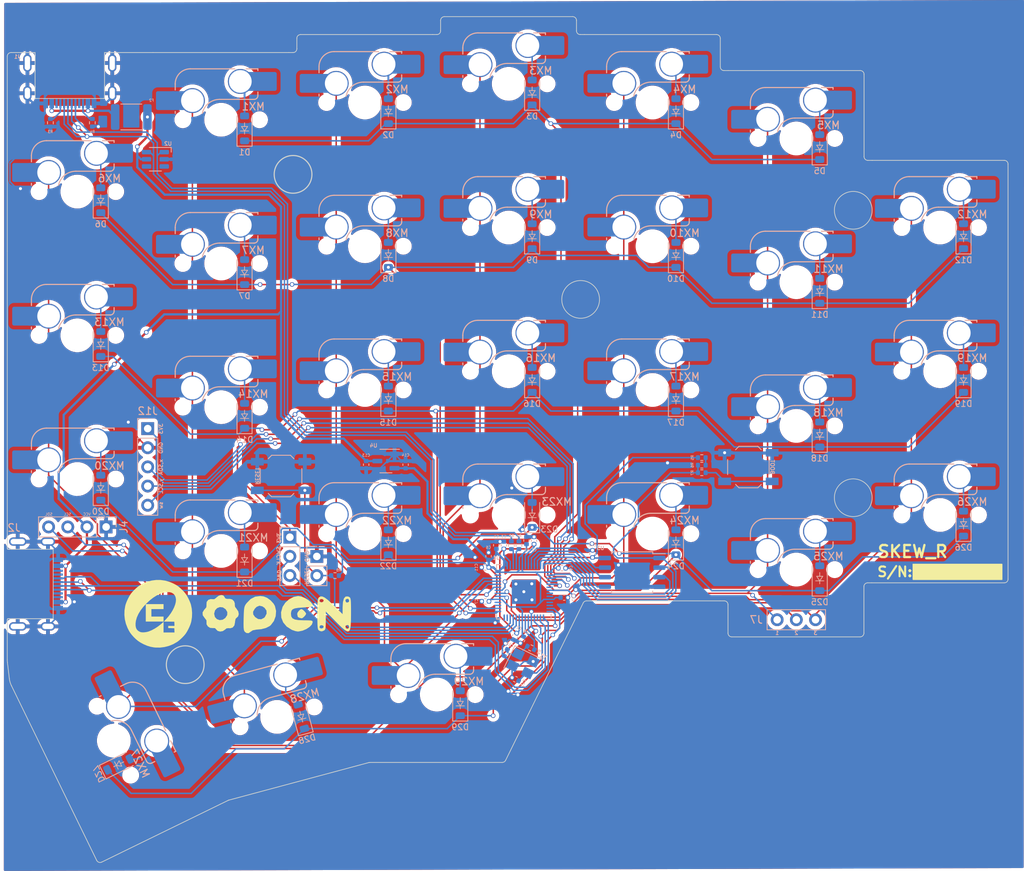
<source format=kicad_pcb>
(kicad_pcb (version 20240108) (generator "pcbnew") (generator_version "8.0")
  (layers (0 "F.Cu" signal) (31 "B.Cu" signal) (34 "B.Paste" user) (35 "F.Paste" user) (36 "B.SilkS" user "B.Silkscreen") (37 "F.SilkS" user "F.Silkscreen") (38 "B.Mask" user) (39 "F.Mask" user) (44 "Edge.Cuts" user))
  (net 0 "")
  (net 1 "GNDR")
  (net 2 "Net-(BOOT2-Pad2)")
  (net 3 "+1V1R")
  (net 4 "+3V3R")
  (net 5 "+5VR")
  (net 6 "XIN_R")
  (net 7 "ROW1_R")
  (net 8 "ROW2_R")
  (net 9 "ROW3_R")
  (net 10 "VBUSR")
  (net 11 "USB_D+_R")
  (net 12 "USB_D-_R")
  (net 13 "SPI0_RX_R")
  (net 14 "SPI0_TX_R")
  (net 15 "SCL_R")
  (net 16 "SDA_R")
  (net 17 "vrx_R")
  (net 18 "vry_R")
  (net 19 "sw_R")
  (net 20 "COL5_R")
  (net 21 "COL4_R")
  (net 22 "COL3_R")
  (net 23 "COL2_R")
  (net 24 "COL1_R")
  (net 25 "COL6_R")
  (net 26 "COL0_R")
  (net 27 "RESET_R")
  (net 28 "QSPI_SS_R")
  (net 29 "XOUT_R")
  (net 30 "SWCLK_R")
  (net 31 "SWD_R")
  (net 32 "QSPI_SD3_R")
  (net 33 "QSPI_SCLK_R")
  (net 34 "QSPI_SD0_R")
  (net 35 "QSPI_SD2_R")
  (net 36 "QSPI_SD1_R")
  (net 37 "ROW4_R")
  (net 38 "ROW0_R")
  (net 39 "Net-(D1-A)")
  (net 40 "Net-(D2-A)")
  (net 41 "Net-(D3-A)")
  (net 42 "Net-(D4-A)")
  (net 43 "Net-(D5-A)")
  (net 44 "Net-(D6-A)")
  (net 45 "Net-(D7-A)")
  (net 46 "Net-(D8-A)")
  (net 47 "Net-(D9-A)")
  (net 48 "Net-(D10-A)")
  (net 49 "Net-(D11-A)")
  (net 50 "Net-(D12-A)")
  (net 51 "Net-(D13-A)")
  (net 52 "Net-(D14-A)")
  (net 53 "Net-(D15-A)")
  (net 54 "Net-(D16-A)")
  (net 55 "Net-(D17-A)")
  (net 56 "Net-(D18-A)")
  (net 57 "Net-(D19-A)")
  (net 58 "Net-(D20-A)")
  (net 59 "Net-(D21-A)")
  (net 60 "Net-(D22-A)")
  (net 61 "Net-(D23-A)")
  (net 62 "Net-(D24-A)")
  (net 63 "Net-(D25-A)")
  (net 64 "Net-(D26-A)")
  (net 65 "Net-(D27-A)")
  (net 66 "Net-(D28-A)")
  (net 67 "Net-(D29-A)")
  (net 68 "Net-(C16-Pad2)")
  (net 69 "Net-(R5-Pad1)")
  (net 70 "Net-(U1-USB_DP)")
  (net 71 "Net-(U1-USB_DM)")
  (net 85 "Net-(J1-CC1)")
  (net 87 "Net-(J1-CC2)")
  (footprint "Connector_PinHeader_2.54mm:PinHeader_1x05_P2.54mm_Vertical" (layer "F.Cu") (at 75.3825 92.38725)
    (property "Reference" "J6" (hide yes))
    (property "Value" "PinSocket_5P")
  )
  (footprint "LOGO" (layer "F.Cu") (at 76.780625 116.934124)
    (property "Reference" "G***" (hide yes))
    (property "Value" "LOGO" (hide yes))
  )
  (footprint "LOGO" (layer "F.Cu") (at 92.655625 116.934124)
    (property "Reference" "G***" (hide yes))
    (property "Value" "LOGO" (hide yes))
  )
  (footprint "Connector_PinHeader_2.54mm:PinHeader_1x04_P2.54mm_Vertical" (layer "F.Cu") (at 66.065 105.42475 -90)
    (property "Reference" "J4")
    (property "Value" "PinSocket_4P")
  )
  (footprint "PCM_marbastlib-various:SOT-23-6-routable" (layer "B.Cu") (at 76.399375 56.687067 180)
    (property "Reference" "U2")
    (property "Value" "SRV05-4")
  )
  (footprint "Capacitor_SMD:C_0402_1005Metric" (layer "B.Cu") (at 121.565 107.849749 90)
    (property "Reference" "C4")
    (property "Value" "100n")
  )
  (footprint "mcu:D_SOD-123_new" (layer "B.Cu") (at 164.415 74.12125 90)
    (property "Reference" "D11")
    (property "Value" "D_Small")
  )
  (footprint "mcu:D_SOD-123_new" (layer "B.Cu") (at 145.365 88.40875 90)
    (property "Reference" "D17")
    (property "Value" "D_Small")
  )
  (footprint "Resistor_SMD:R_0402_1005Metric" (layer "B.Cu") (at 148.79 97.23725)
    (property "Reference" "R6")
    (property "Value" "5.1k")
  )
  (footprint "PCM_marbastlib-mx:SW_MX_HS_1u" (layer "B.Cu") (at 161.315 72.97625 180)
    (property "Reference" "MX11")
    (property "Value" "kailh hotswap socket" (hide yes))
  )
  (footprint "mcu:D_SOD-123_new" (layer "B.Cu") (at 88.215 109.74475 90)
    (property "Reference" "D21")
    (property "Value" "D_Small")
  )
  (footprint "PCM_marbastlib-mx:SW_MX_HS_1u" (layer "B.Cu") (at 161.315 111.07625 180)
    (property "Reference" "MX25")
    (property "Value" "kailh hotswap socket" (hide yes))
  )
  (footprint "Resistor_SMD:R_0402_1005Metric" (layer "B.Cu") (at 124.565 107.849749 -90)
    (property "Reference" "R1")
    (property "Value" "27")
  )
  (footprint "PCM_marbastlib-mx:SW_MX_HS_1.5u" (layer "B.Cu") (at 70.898775 133.756245 116)
    (property "Reference" "MX27")
    (property "Value" "kailh hotswap socket" (hide yes))
  )
  (footprint "mcu:D_SOD-123_new" (layer "B.Cu") (at 107.265 69.358749 90)
    (property "Reference" "D8")
    (property "Value" "D_Small")
  )
  (footprint "PCM_marbastlib-mx:SW_MX_HS_1u" (layer "B.Cu") (at 85.115 108.59975 180)
    (property "Reference" "MX21")
    (property "Value" "kailh hotswap socket" (hide yes))
  )
  (footprint "PCM_marbastlib-mx:SW_MX_HS_1u" (layer "B.Cu") (at 142.265 87.26375 180)
    (property "Reference" "MX17")
    (property "Value" "kailh hotswap socket" (hide yes))
  )
  (footprint "PCM_marbastlib-mx:SW_MX_HS_1u" (layer "B.Cu") (at 104.165 87.26375 180)
    (property "Reference" "MX15")
    (property "Value" "kailh hotswap socket" (hide yes))
  )
  (footprint "mcu:D_SOD-123_new" (layer "B.Cu") (at 88.215 90.69475 90)
    (property "Reference" "D14")
    (property "Value" "D_Small")
  )
  (footprint "Capacitor_SMD:C_0402_1005Metric" (layer "B.Cu") (at 120.54 109.30725 90)
    (property "Reference" "C6")
    (property "Value" "100n")
  )
  (footprint "PCM_marbastlib-mx:SW_MX_HS_1u" (layer "B.Cu") (at 85.115 51.449749 180)
    (property "Reference" "MX1")
    (property "Value" "kailh hotswap socket" (hide yes))
  )
  (footprint "PCM_marbastlib-mx:SW_MX_HS_1u" (layer "B.Cu") (at 104.165 49.16375 180)
    (property "Reference" "MX2")
    (property "Value" "kailh hotswap socket" (hide yes))
  )
  (footprint "Capacitor_SMD:C_0402_1005Metric" (layer "B.Cu") (at 130.565 114.78725)
    (property "Reference" "C10")
    (property "Value" "100n")
  )
  (footprint "PCM_marbastlib-mx:SW_MX_HS_1u" (layer "B.Cu") (at 161.315 92.02625 180)
    (property "Reference" "MX18")
    (property "Value" "kailh hotswap socket" (hide yes))
  )
  (footprint "mcu:HRO-TYPE-C-31-M-13" (layer "B.Cu") (at 65.065 41.8325)
    (property "Reference" "J1")
    (property "Value" "TYPE-C-31-M-13" (hide yes))
  )
  (footprint "Button_Switch_SMD:SW_SPST_TL3342" (layer "B.Cu") (at 93.0525 98.677874 180)
    (property "Reference" "RESET1" (hide yes))
    (property "Value" "SW_Push")
  )
  (footprint "PCM_marbastlib-mx:SW_MX_HS_1u" (layer "B.Cu") (at 180.365 65.73725 180)
    (property "Reference" "MX12")
    (property "Value" "kailh hotswap socket" (hide yes))
  )
  (footprint "Resistor_SMD:R_0402_1005Metric" (layer "B.Cu") (at 100.19625 111.87725)
    (property "Reference" "R8")
    (property "Value" "5.1k")
  )
  (footprint "mcu:D_SOD-123_new" (layer "B.Cu") (at 126.315 103.837249 90)
    (property "Reference" "D23")
    (property "Value" "D_Small")
  )
  (footprint "mcu:D_SOD-123_new" (layer "B.Cu") (at 107.265 88.40875 90)
    (property "Reference" "D15")
    (property "Value" "D_Small")
  )
  (footprint "Connector_PinSocket_2.54mm:PinSocket_1x03_P2.54mm_Vertical" (layer "B.Cu") (at 94.215 106.784124 180)
    (property "Reference" "J3" (hide yes))
    (property "Value" "SWD_PinSocket")
  )
  (footprint "mcu:D_SOD-123_new" (layer "B.Cu") (at 164.415 55.07125 90)
    (property "Reference" "D5")
    (property "Value" "D_Small")
  )
  (footprint "Package_DFN_QFN:QFN-56-1EP_7x7mm_P0.4mm_EP3.2x3.2mm" (layer "B.Cu") (at 125.215 114.02725 180)
    (property "Reference" "U1")
    (property "Value" "RP2040")
  )
  (footprint "mcu:D_SOD-123_new" (layer "B.Cu") (at 69.165 81.16975 90)
    (property "Reference" "D13")
    (property "Value" "D_Small")
  )
  (footprint "mcu:D_SOD-123_new" (layer "B.Cu") (at 107.265 107.45875 90)
    (property "Reference" "D22")
    (property "Value" "D_Small")
  )
  (footprint "mcu:D_SOD-123_new" (layer "B.Cu") (at 88.215 71.64475 90)
    (property "Reference" "D7")
    (property "Value" "D_Small")
  )
  (footprint "Capacitor_SMD:C_0402_1005Metric" (layer "B.Cu") (at 122.565 107.849749 90)
    (property "Reference" "C3")
    (property "Value" "1u")
  )
  (footprint "mcu:D_SOD-123_new" (layer "B.Cu") (at 107.265 50.30875 90)
    (property "Reference" "D2")
    (property "Value" "D_Small")
  )
  (footprint "PCM_marbastlib-mx:SW_MX_HS_1u" (layer "B.Cu") (at 142.265 106.31375 180)
    (property "Reference" "MX24")
    (property "Value" "kailh hotswap socket" (hide yes))
  )
  (footprint "Capacitor_SMD:C_0402_1005Metric" (layer "B.Cu") (at 125.565 107.22725 90)
    (property "Reference" "C5")
    (property "Value" "100n")
  )
  (footprint "PCM_marbastlib-mx:SW_MX_HS_1u" (layer "B.Cu") (at 66.065 99.07475 180)
    (property "Reference" "MX20")
    (property "Value" "kailh hotswap socket" (hide yes))
  )
  (footprint "Button_Switch_SMD:SW_SPST_TL3342" (layer "B.Cu") (at 154.965 97.487249 180)
    (property "Reference" "BOOT2" (hide yes))
    (property "Value" "SW_Push")
  )
  (footprint "Package_TO_SOT_SMD:SOT-23-3" (layer "B.Cu") (at 106.943125 96.6935 180)
    (property "Reference" "U4")
    (property "Value" "XC6206P332MR")
  )
  (footprint "PCM_marbastlib-mx:SW_MX_HS_1u" (layer "B.Cu") (at 123.215 46.68725 180)
    (property "Reference" "MX3")
    (property "Value" "kailh hotswap socket" (hide yes))
  )
  (footprint "PCM_marbastlib-mx:SW_MX_HS_1u" (layer "B.Cu") (at 113.69 127.649749 180)
    (property "Reference" "MX29")
    (property "Value" "kailh hotswap socket" (hide yes))
  )
  (footprint "PCM_marbastlib-mx:SW_MX_HS_1u" (layer "B.Cu") (at 123.215 65.73725 180)
    (property "Reference" "MX9")
    (property "Value" "kailh hotswap socket" (hide yes))
  )
  (footprint "Connector_PinSocket_2.54mm:PinSocket_1x02_P2.54mm_Vertical" (layer "B.Cu") (at 97.79 109.334124 180)
    (property "Reference" "RESET2" (hide yes))
    (property "Value" "PinSocket_2P")
  )
  (footprint "mcu:D_SOD-123_new" (layer "B.Cu") (at 145.365 69.358749 90)
    (property "Reference" "D10")
    (property "Value" "D_Small")
  )
  (footprint "mcu:D_SOD-123_new" (layer "B.Cu") (at 164.415 112.22125 90)
    (property "Reference" "D25")
    (property "Value" "D_Small")
  )
  (footprint "Resistor_SMD:R_0402_1005Metric" (layer "B.Cu") (at 148.79 96.23725 180)
    (property "Reference" "R5")
    (property "Value" "5.1k")
  )
  (footprint "PCM_marbastlib-mx:SW_MX_HS_1u" (layer "B.Cu") (at 123.215 84.78725 180)
    (property "Reference" "MX16")
    (property "Value" "kailh hotswap socket" (hide yes))
  )
  (footprint "PCM_marbastlib-mx:SW_MX_HS_1u" (layer "B.Cu") (at 66.065 60.97475 180)
    (property "Reference" "MX6")
    (property "Value" "kailh hotswap socket" (hide yes))
  )
  (footprint "mcu:D_SOD-123_new" (layer "B.Cu") (at 183.465 85.93225 90)
    (property "Reference" "D19")
    (property "Value" "D_Small")
  )
  (footprint "PCM_marbastlib-mx:SW_MX_HS_1u" (layer "B.Cu") (at 180.365 103.83725 180)
    (property "Reference" "MX26")
    (property "Value" "kailh hotswap socket" (hide yes))
  )
  (footprint "mcu:D_SOD-123_new" (layer "B.Cu") (at 126.315 66.88225 90)
    (property "Reference" "D9")
    (property "Value" "D_Small")
  )
  (footprint "PCM_marbastlib-mx:SW_MX_HS_1u" (layer "B.Cu") (at 104.165 106.31375 180)
    (property "Reference" "MX22")
    (property "Value" "kailh hotswap socket" (hide yes))
  )
  (footprint "mcu:D_SOD-123_new" (layer "B.Cu") (at 116.79 128.79475 90)
    (property "Reference" "D29")
    (property "Value" "D_Small")
  )
  (footprint "mcu:D_SOD-123_new" (layer "B.Cu") (at 88.215 52.594749 90)
    (property "Reference" "D1")
    (property "Value" "D_Small")
  )
  (footprint "Capacitor_SMD:C_0402_1005Metric" (layer "B.Cu") (at 109.548125 97.171577 90)
    (property "Reference" "C14")
    (property "Value" "1u")
  )
  (footprint "PCM_marbastlib-mx:SW_MX_HS_1u" (layer "B.Cu") (at 142.265 49.16375 180)
    (property "Reference" "MX4")
    (property "Value" "kailh hotswap socket" (hide yes))
  )
  (footprint "Capacitor_SMD:C_0402_1005Metric" (layer "B.Cu") (at 124.09 125.61225 153.8)
    (property "Reference" "C15")
    (property "Value" "22p")
  )
  (footprint "mcu:D_SOD-123_new" (layer "B.Cu") (at 126.315 85.93225 90)
    (property "Reference" "D16")
    (property "Value" "D_Small")
  )
  (footprint "Capacitor_SMD:C_0402_1005Metric" (layer "B.Cu") (at 104.323125 97.171577 -90)
    (property "Reference" "C13")
    (property "Value" "1u")
  )
  (footprint "mcu:D_SOD-123_new" (layer "B.Cu") (at 164.415 93.17125 90)
    (property "Reference" "D18")
    (property "Value" "D_Small")
  )
  (footprint "PCM_marbastlib-mx:SW_MX_HS_1u" (layer "B.Cu") (at 85.115 89.54975 180)
    (property "Reference" "MX14")
    (property "Value" "kailh hotswap socket" (hide yes))
  )
  (footprint "Capacitor_SMD:C_0402_1005Metric" (layer "B.Cu") (at 126.565 107.22725 90)
    (property "Reference" "C1")
    (property "Value" "100n")
  )
  (footprint "PCM_marbastlib-mx:SW_MX_HS_1u" (layer "B.Cu") (at 180.365 84.78725 180)
    (property "Reference" "MX19")
    (property "Value" "kailh hotswap socket" (hide yes))
  )
  (footprint "Capacitor_SMD:C_0402_1005Metric" (layer "B.Cu") (at 120.115 115.28725 180)
    (property "Reference" "C7")
    (property "Value" "100n")
  )
  (footprint "mcu:D_SOD-123_new" (layer "B.Cu") (at 145.365 107.45875 90)
    (property "Reference" "D24")
    (property "Value" "D_Small")
  )
  (footprint "Capacitor_SMD:C_0402_1005Metric" (layer "B.Cu") (at 122.818125 122.093499 63.8)
    (property "Reference" "C16")
    (property "Value" "22p")
  )
  (footprint "Capacitor_SMD:C_0402_1005Metric" (layer "B.Cu") (at 130.265 110.88725)
    (property "Reference" "C9")
    (property "Value" "100n")
  )
  (footprint "Connector_PinSocket_2.54mm:PinSocket_1x03_P2.54mm_Vertical" (layer "B.Cu") (at 158.775 117.727874 -90)
    (property "Reference" "J7")
    (property "Value" "side_b_PinSocket")
  )
  (footprint "Capacitor_SMD:C_0402_1005Metric" (layer "B.Cu") (at 124.975 120.39725 -116.2)
    (property "Reference" "C8")
    (property "Value" "100n")
  )
  (footprint "Fuse:Fuse_1812_4532Metric" (layer "B.Cu") (at 73.20875 51.0825 180)
    (property "Reference" "F2")
    (property "Value" "MF-MSMF050-2")
  )
  (footprint "PCM_marbastlib-mx:SW_MX_HS_1u" (layer "B.Cu") (at 123.215 103.83725 180)
    (property "Reference" "MX23")
    (property "Value" "kailh hotswap socket" (hide yes))
  )
  (footprint "PCM_marbastlib-mx:SW_MX_HS_1u" (layer "B.Cu") (at 142.265 68.213749 180)
    (property "Reference" "MX10")
    (property "Value" "kailh hotswap socket" (hide yes))
  )
  (footprint "Capacitor_SMD:C_0402_1005Metric" (layer "B.Cu") (at 120.09 110.78725 180)
    (property "Reference" "C11")
    (property "Value" "1u")
  )
  (footprint "PCM_marbastlib-mx:SW_MX_HS_1u" (layer "B.Cu") (at 161.315 53.92625 180)
    (property "Reference" "MX5")
    (property "Value" "kailh hotswap socket" (hide yes))
  )
  (footprint "Resistor_SMD:R_0402_1005Metric" (layer "B.Cu") (at 126.14 121.46225 -26.2)
    (property "Reference" "R9")
    (property "Value" "1k")
  )
  (footprint "Capacitor_SMD:C_0402_1005Metric" (layer "B.Cu") (at 124.055 119.93725 -116.2)
    (property "Reference" "C2")
    (property "Value" "100n")
  )
  (footprint "mcu:D_SOD-123_new" (layer "B.Cu") (at 183.465 104.98225 90)
    (property "Reference" "D26")
    (property "Value" "D_Small")
  )
  (footprint "Resistor_SMD:R_0402_1005Metric" (layer "B.Cu") (at 68.049375 51.846624 -90)
    (property "Reference" "R4")
    (property "Value" "5.1k")
  )
  (footprint "PCM_marbastlib-mx:SW_MX_HS_1u" (layer "B.Cu") (at 92.52891 130.603764 -165)
    (property "Reference" "MX28")
    (property "Value" "kailh hotswap socket" (hide yes))
  )
  (footprint "Capacitor_SMD:C_0402_1005Metric" (layer "B.Cu") (at 134.315 108.99725 90)
    (property "Reference" "C12")
    (property "Value" "1u")
  )
  (footprint "mcu:D_SOD-123_new" (layer "B.Cu") (at 71.544308 136.890465 26)
    (property "Reference" "D27")
    (property "Value" "D_Small")
  )
  (footprint "Crystal:Crystal_SMD_3225-4Pin_3.2x2.5mm" (layer "B.Cu") (at 125.09 123.53725 -26.2)
    (property "Reference" "Y1")
    (property "Value" "X322512MSB4SI")
  )
  (footprint "mcu:D_SOD-123_new" (layer "B.Cu") (at 145.365 50.30875 90)
    (property "Reference" "D4")
    (property "Value" "D_Small")
  )
  (footprint "mcu:D_SOD-123_new" (layer "B.Cu") (at 69.165 100.21975 90)
    (property "Reference" "D20")
    (property "Value" "D_Small")
  )
  (footprint "mcu:D_SOD-123_new" (layer "B.Cu") (at 126.315 47.83225 90)
    (property "Reference" "D3")
    (property "Value" "D_Small")
  )
  (footprint "mcu:D_SOD-123_new" (layer "B.Cu") (at 95.728717 130.568129 105)
    (property "Reference" "D28")
    (property "Value" "D_Small")
  )
  (footprint "Resistor_SMD:R_0402_1005Metric" (layer "B.Cu") (at 123.565 107.849749 -90)
    (property "Reference" "R2")
    (property "Value" "27")
  )
  (footprint "Resistor_SMD:R_0402_1005Metric" (layer "B.Cu") (at 148.79 98.23725 180)
    (property "Reference" "R7")
    (property "Value" "1k")
  )
  (footprint "mcu:D_SOD-123_new" (layer "B.Cu") (at 69.165 62.11975 90)
    (property "Reference" "D6")
    (property "Value" "D_Small")
  )
  (footprint "mcu:D_SOD-123_new" (layer "B.Cu") (at 183.465 66.88225 90)
    (property "Reference" "D12")
    (property "Value" "D_Small")
  )
  (footprint "PCM_marbastlib-mx:SW_MX_HS_1u" (layer "B.Cu") (at 85.115 70.49975 180)
    (property "Reference" "MX7")
    (property "Value" "kailh hotswap socket" (hide yes))
  )
  (footprint "mcu:HRO-TYPE-C-31-M-13" (layer "B.Cu") (at 56.065 112.98725 90)
    (property "Reference" "J2")
    (property "Value" "TYPE-C-31-M-13" (hide yes))
  )
  (footprint "Package_SO:SOIC-8_5.23x5.23mm_P1.27mm" (layer "B.Cu") (at 139.565 111.449749 180)
    (property "Reference" "U3")
    (property "Value" "W25Q128JVSIQ")
  )
  (footprint "PCM_marbastlib-mx:SW_MX_HS_1u" (layer "B.Cu") (at 104.165 68.213749 180)
    (property "Reference" "MX8")
    (property "Value" "kailh hotswap socket" (hide yes))
  )
  (footprint "Resistor_SMD:R_0402_1005Metric" (layer "B.Cu") (at 62.493125 51.846624 -90)
    (property "Reference" "R3")
    (property "Value" "5.1k")
  )
  (footprint "PCM_marbastlib-mx:SW_MX_HS_1u" (layer "B.Cu") (at 66.065 80.02475 180)
    (property "Reference" "MX13")
    (property "Value" "kailh hotswap socket" (hide yes))
  )
  (gr_rect (start 176.793125 110.377874) (end 188.543125 112.377874) (stroke (width 0.15)) (fill solid) (layer "F.SilkS"))
  (gr_line (start 132.19 38.2825) (end 132.19 39.6575) (stroke (width 0.1)) (layer "Edge.Cuts"))
  (gr_circle (center 80.3525 123.681) (end 82.8525 123.681) (stroke (width 0.15)) (fill none) (layer "Edge.Cuts"))
  (gr_arc (start 152.765 119.99975) (mid 152.411476 119.853274) (end 152.265 119.49975) (stroke (width 0.1)) (layer "Edge.Cuts"))
  (gr_line (start 76.09 42.545) (end 94.09 42.545) (stroke (width 0.1)) (layer "Edge.Cuts"))
  (gr_arc (start 114.19 39.6575) (mid 114.043571 40.011085) (end 113.69 40.1575) (stroke (width 0.1)) (layer "Edge.Cuts"))
  (gr_line (start 57.276546 42.545) (end 60.465 42.545) (stroke (width 0.1)) (layer "Edge.Cuts"))
  (gr_line (start 62.864046 108.38725) (end 62.864046 117.58725) (stroke (width 0.1)) (layer "Edge.Cuts"))
  (gr_arc (start 188.865 56.8325) (mid 189.218541 56.978973) (end 189.365 57.3325) (stroke (width 0.1)) (layer "Edge.Cuts"))
  (gr_line (start 69.665 42.545) (end 76.09 42.545) (stroke (width 0.1)) (layer "Edge.Cuts"))
  (gr_circle (center 168.855625 63.45125) (end 171.355625 63.45125) (stroke (width 0.1)) (fill none) (layer "Edge.Cuts"))
  (gr_arc (start 104.698511 136.654234) (mid 104.762561 136.641514) (end 104.827722 136.63725) (stroke (width 0.1)) (layer "Edge.Cuts"))
  (gr_line (start 94.09 42.545) (end 94.64 42.545) (stroke (width 0.1)) (layer "Edge.Cuts"))
  (gr_line (start 56.876546 108.38725) (end 62.864046 108.38725) (stroke (width 0.1)) (layer "Edge.Cuts"))
  (gr_line (start 104.827722 136.63725) (end 122.353957 136.63725) (stroke (width 0.1)) (layer "Edge.Cuts"))
  (gr_arc (start 170.79 56.8325) (mid 170.436458 56.686027) (end 170.29 56.3325) (stroke (width 0.1)) (layer "Edge.Cuts"))
  (gr_arc (start 56.776546 43.045) (mid 56.922991 42.691445) (end 57.276546 42.545) (stroke (width 0.1)) (layer "Edge.Cuts"))
  (gr_line (start 170.29 45.4325) (end 170.29 56.3325) (stroke (width 0.1)) (layer "Edge.Cuts"))
  (gr_line (start 95.64 40.1575) (end 113.14 40.1575) (stroke (width 0.1)) (layer "Edge.Cuts"))
  (gr_line (start 114.19 39.6575) (end 114.19 39.6325) (stroke (width 0.1)) (layer "Edge.Cuts"))
  (gr_line (start 114.69 37.7825) (end 131.69 37.7825) (stroke (width 0.1)) (layer "Edge.Cuts"))
  (gr_arc (start 56.797563 123.384911) (mid 56.781805 123.207978) (end 56.776546 123.030423) (stroke (width 0.1)) (layer "Edge.Cuts"))
  (gr_line (start 86.136354 141.63481) (end 103.526614 136.967726) (stroke (width 0.1)) (layer "Edge.Cuts"))
  (gr_circle (center 168.855625 101.55125) (end 171.355625 101.55125) (stroke (width 0.1)) (fill none) (layer "Edge.Cuts"))
  (gr_circle (center 94.64 58.68875) (end 97.14 58.68875) (stroke (width 0.15)) (fill none) (layer "Edge.Cuts"))
  (gr_line (start 56.776546 52.3075) (end 56.776546 43.045) (stroke (width 0.1)) (layer "Edge.Cuts"))
  (gr_arc (start 151.765 115.22475) (mid 152.118524 115.371226) (end 152.265 115.72475) (stroke (width 0.1)) (layer "Edge.Cuts"))
  (gr_line (start 170.265 113.33725) (end 170.265 119.49975) (stroke (width 0.1)) (layer "Edge.Cuts"))
  (gr_line (start 60.465 48.6325) (end 69.665 48.6325) (stroke (width 0.1)) (layer "Edge.Cuts"))
  (gr_arc (start 189.365 112.33725) (mid 189.218582 112.690832) (end 188.865 112.83725) (stroke (width 0.1)) (layer "Edge.Cuts"))
  (gr_line (start 189.365 112.33725) (end 189.365 57.3325) (stroke (width 0.1)) (layer "Edge.Cuts"))
  (gr_line (start 95.14 40.6575) (end 95.14 42.02) (stroke (width 0.1)) (layer "Edge.Cuts"))
  (gr_circle (center 132.74 75.262249) (end 135.24 75.262249) (stroke (width 0.1)) (fill none) (layer "Edge.Cuts"))
  (gr_line (start 151.215 115.22475) (end 151.765 115.22475) (stroke (width 0.1)) (layer "Edge.Cuts"))
  (gr_line (start 95.14 42.045) (end 95.14 42.02) (stroke (width 0.1)) (layer "Edge.Cuts"))
  (gr_arc (start 170.265 119.49975) (mid 170.118582 119.853332) (end 169.765 119.99975) (stroke (width 0.1)) (layer "Edge.Cuts"))
  (gr_line (start 60.465 48.6325) (end 60.465 42.545) (stroke (width 0.1)) (layer "Edge.Cuts"))
  (gr_line (start 133.526043 115.22475) (end 151.215 115.22475) (stroke (width 0.1)) (layer "Edge.Cuts"))
  (gr_line (start 170.765 112.83725) (end 171.315 112.83725) (stroke (width 0.1)) (layer "Edge.Cuts"))
  (gr_arc (start 122.802472 136.358234) (mid 122.618063 136.561787) (end 122.353957 136.63725) (stroke (width 0.1)) (layer "Edge.Cuts"))
  (gr_arc (start 86.046859 141.668281) (mid 86.090804 141.6494) (end 86.136354 141.63481) (stroke (width 0.1)) (layer "Edge.Cuts"))
  (gr_line (start 113.14 40.1575) (end 113.69 40.1575) (stroke (width 0.1)) (layer "Edge.Cuts"))
  (gr_line (start 152.265 115.72475) (end 152.265 119.49975) (stroke (width 0.1)) (layer "Edge.Cuts"))
  (gr_line (start 56.776546 52.3075) (end 56.776546 68.8575) (stroke (width 0.1)) (layer "Edge.Cuts"))
  (gr_line (start 132.69 40.1575) (end 133.24 40.1575) (stroke (width 0.1)) (layer "Edge.Cuts"))
  (gr_line (start 68.623392 149.621567) (end 57.333403 126.473658) (stroke (width 0.1)) (layer "Edge.Cuts"))
  (gr_line (start 150.74 40.1575) (end 133.24 40.1575) (stroke (width 0.1)) (layer "Edge.Cuts"))
  (gr_line (start 56.776546 105.93725) (end 56.776546 108.28725) (stroke (width 0.1)) (layer "Edge.Cuts"))
  (gr_line (start 133.077528 115.503766) (end 122.802472 136.358234) (stroke (width 0.1)) (layer "Edge.Cuts"))
  (gr_line (start 170.79 56.8325) (end 171.365 56.8325) (stroke (width 0.1)) (layer "Edge.Cuts"))
  (gr_arc (start 95.14 42.045) (mid 94.993571 42.398585) (end 94.64 42.545) (stroke (width 0.1)) (layer "Edge.Cuts"))
  (gr_line (start 57.050802 125.513034) (end 56.797563 123.384911) (stroke (width 0.1)) (layer "Edge.Cuts"))
  (gr_line (start 151.74 44.9325) (end 152.29 44.9325) (stroke (width 0.1)) (layer "Edge.Cuts"))
  (gr_line (start 114.19 38.2825) (end 114.19 39.6325) (stroke (width 0.1)) (layer "Edge.Cuts"))
  (gr_arc (start 56.876546 108.38725) (mid 56.805837 108.357959) (end 56.776546 108.28725) (stroke (width 0.1)) (layer "Edge.Cuts"))
  (gr_arc (start 132.69 40.1575) (mid 132.336458 40.011027) (end 132.19 39.6575) (stroke (width 0.1)) (layer "Edge.Cuts"))
  (gr_line (start 151.24 40.6575) (end 151.24 44.4325) (stroke (width 0.1)) (layer "Edge.Cuts"))
  (gr_line (start 69.665 48.6325) (end 69.665 42.545) (stroke (width 0.1)) (layer "Edge.Cuts"))
  (gr_arc (start 95.14 40.6575) (mid 95.286429 40.303914) (end 95.64 40.1575) (stroke (width 0.1)) (layer "Edge.Cuts"))
  (gr_arc (start 151.74 44.9325) (mid 151.386458 44.786027) (end 151.24 44.4325) (stroke (width 0.1)) (layer "Edge.Cuts"))
  (gr_line (start 169.79 44.9325) (end 152.29 44.9325) (stroke (width 0.1)) (layer "Edge.Cuts"))
  (gr_line (start 86.046859 141.668281) (end 84.996004 142.180559) (stroke (width 0.1)) (layer "Edge.Cuts"))
  (gr_line (start 56.776546 105.93725) (end 56.776546 68.8575) (stroke (width 0.1)) (layer "Edge.Cuts"))
  (gr_arc (start 131.69 37.7825) (mid 132.043541 37.928973) (end 132.19 38.2825) (stroke (width 0.1)) (layer "Edge.Cuts"))
  (gr_arc (start 57.333403 126.473658) (mid 57.151741 126.00522) (end 57.050802 125.513034) (stroke (width 0.1)) (layer "Edge.Cuts"))
  (gr_line (start 188.865 56.8325) (end 171.365 56.8325) (stroke (width 0.1)) (layer "Edge.Cuts"))
  (gr_line (start 104.698511 136.654234) (end 103.526614 136.967726) (stroke (width 0.1)) (layer "Edge.Cuts"))
  (gr_arc (start 170.265 113.33725) (mid 170.411417 112.983667) (end 170.765 112.83725) (stroke (width 0.1)) (layer "Edge.Cuts"))
  (gr_line (start 169.765 119.99975) (end 152.765 119.99975) (stroke (width 0.1)) (layer "Edge.Cuts"))
  (gr_arc (start 133.077528 115.503766) (mid 133.261949 115.300214) (end 133.526043 115.22475) (stroke (width 0.1)) (layer "Edge.Cuts"))
  (gr_arc (start 56.776546 117.68725) (mid 56.805834 117.616538) (end 56.876546 117.58725) (stroke (width 0.1)) (layer "Edge.Cuts"))
  (gr_line (start 56.776546 123.030423) (end 56.776546 117.687249) (stroke (width 0.1)) (layer "Edge.Cuts"))
  (gr_arc (start 114.19 38.2825) (mid 114.336429 37.928914) (end 114.69 37.7825) (stroke (width 0.1)) (layer "Edge.Cuts"))
  (gr_arc (start 69.292249 149.851646) (mid 68.91014 149.875218) (end 68.623392 149.621568) (stroke (width 0.1)) (layer "Edge.Cuts"))
  (gr_line (start 69.292249 149.851646) (end 84.996004 142.180559) (stroke (width 0.1)) (layer "Edge.Cuts"))
  (gr_arc (start 169.79 44.9325) (mid 170.143541 45.078973) (end 170.29 45.4325) (stroke (width 0.1)) (layer "Edge.Cuts"))
  (gr_line (start 171.315 112.83725) (end 188.865 112.83725) (stroke (width 0.1)) (layer "Edge.Cuts"))
  (gr_line (start 56.876546 117.58725) (end 62.864046 117.58725) (stroke (width 0.1)) (layer "Edge.Cuts"))
  (gr_arc (start 150.74 40.1575) (mid 151.093541 40.303973) (end 151.24 40.6575) (stroke (width 0.1)) (layer "Edge.Cuts"))
  (gr_text "3V3" (at 92.785 106.88725 90) (layer "B.SilkS") (effects (font (size 0.5 0.5) (thickness 0.1) (bold yes)) (justify mirror)))
  (gr_text "3V3" (at 77.12875 92.40725 90) (layer "B.SilkS") (effects (font (size 0.5 0.5) (thickness 0.1) (bold yes)) (justify mirror)))
  (gr_text "GND" (at 77.12875 94.94725 90) (layer "B.SilkS") (effects (font (size 0.5 0.5) (thickness 0.1) (bold yes)) (justify mirror)))
  (gr_text "SDL" (at 62.28261 103.738724 0) (layer "B.SilkS") (effects (font (size 0.35 0.35) (thickness 0.06) (bold yes)) (justify mirror)))
  (gr_text "VCC" (at 67.33261 103.738724 0) (layer "B.SilkS") (effects (font (size 0.35 0.35) (thickness 0.06) (bold yes)) (justify mirror)))
  (gr_text "RESET" (at 89.8775 98.677874 270) (layer "B.SilkS") (effects (font (size 0.5 0.5) (thickness 0.1) (bold yes)) (justify mirror)))
  (gr_text "SWCLK" (at 92.755 109.24725 90) (layer "B.SilkS") (effects (font (size 0.5 0.5) (thickness 0.1) (bold yes)) (justify mirror)))
  (gr_text "GND" (at 96.449692 109.314902 270) (layer "B.SilkS") (effects (font (size 0.5 0.5) (thickness 0.1) (bold yes)) (justify mirror)))
  (gr_text "sw" (at 77.131152 102.560043 90) (layer "B.SilkS") (effects (font (size 0.5 0.5) (thickness 0.1) (bold yes)) (justify mirror)))
  (gr_text "BOOT" (at 158.14 97.487249 270) (layer "B.SilkS") (effects (font (size 0.5 0.5) (thickness 0.1) (bold yes)) (justify mirror)))
  (gr_text "RESET" (at 96.440158 111.941479 270) (layer "B.SilkS") (effects (font (size 0.5 0.5) (thickness 0.1) (bold yes)) (justify mirror)))
  (gr_text "y,SCL" (at 77.12875 100.02725 90) (layer "B.SilkS") (effects (font (size 0.5 0.5) (thickness 0.1) (bold yes)) (justify mirror)))
  (gr_text "1" (at 158.775 119.479749 0) (layer "B.SilkS") (effects (font (size 0.5 0.5) (thickness 0.1) (bold yes)) (justify mirror)))
  (gr_text "SWD" (at 92.785 111.88725 -90) (layer "B.SilkS") (effects (font (size 0.5 0.5) (thickness 0.1) (bold yes)) (justify mirror)))
  (gr_text "3" (at 163.855 119.479749 0) (layer "B.SilkS") (effects (font (size 0.5 0.5) (thickness 0.1) (bold yes)) (justify mirror)))
  (gr_text "2" (at 161.315 119.479749 0) (layer "B.SilkS") (effects (font (size 0.5 0.5) (thickness 0.1) (bold yes)) (justify mirror)))
  (gr_text "GND" (at 69.227505 104.15014 0) (layer "B.SilkS") (effects (font (size 0.35 0.35) (thickness 0.06) (bold yes)) (justify mirror)))
  (gr_text "SCL" (at 64.75761 103.738724 0) (layer "B.SilkS") (effects (font (size 0.35 0.35) (thickness 0.06) (bold yes)) (justify mirror)))
  (gr_text "J12" (at 75.3825 90.05725 0) (layer "B.SilkS") (effects (font (size 1 1)) (justify mirror)))
  (gr_text "x,SDA" (at 77.12875 97.48725 90) (layer "B.SilkS") (effects (font (size 0.5 0.5) (thickness 0.1) (bold yes)) (justify mirror)))
  (gr_text "S/N:" (at 171.902618 112.137493 0) (layer "F.SilkS") (effects (font (size 1.3 1.3) (thickness 0.27) (bold yes)) (justify left bottom)))
  (gr_text "SKEW_R" (at 171.918125 109.627874 0) (layer "F.SilkS") (effects (font (size 1.6 1.6) (thickness 0.3) (bold yes)) (justify left bottom)))
  (segment (start 119.377916 108.82725) (end 118.747416 109.45775) (width 0.2) (layer "F.Cu") (net 1))
  (segment (start 70.685 50.514749) (end 70.685 47.9325) (width 0.2) (layer "F.Cu") (net 1))
  (segment (start 145.598876 95.587249) (end 144.249375 96.93675) (width 0.2) (layer "F.Cu") (net 1))
  (segment (start 120.54 108.82725) (end 119.377916 108.82725) (width 0.2) (layer "F.Cu") (net 1))
  (segment (start 122.77125 120.855999) (end 122.77125 119.476) (width 0.2) (layer "F.Cu") (net 1))
  (segment (start 135.788626 108.51725) (end 134.315 108.51725) (width 0.2) (layer "F.Cu") (net 1))
  (segment (start 125.025773 105.77775) (end 125.5589 105.244623) (width 0.2) (layer "F.Cu") (net 1))
  (segment (start 132.092347 113.74071) (end 131.809502 113.74071) (width 0.2) (layer "F.Cu") (net 1))
  (segment (start 122.77125 119.476) (end 121.42 118.12475) (width 0.2) (layer "F.Cu") (net 1))
  (segment (start 151.815 95.587249) (end 145.598876 95.587249) (width 0.2) (layer "F.Cu") (net 1))
  (segment (start 123.141336 127.213092) (end 123.141336 125.918307) (width 0.2) (layer "F.Cu") (net 1))
  (segment (start 75.3825 94.92725) (end 72.811875 92.356625) (width 0.2) (layer "F.Cu") (net 1))
  (segment (start 126.452264 122.517121) (end 126.452264 123.260237) (width 0.2) (layer "F.Cu") (net 1))
  (segment (start 72.811875 92.356625) (end 72.811875 91.534124) (width 0.2) (layer "F.Cu") (net 1))
  (segment (start 137.746652 110.475276) (end 135.788626 108.51725) (width 0.2) (layer "F.Cu") (net 1))
  (segment (start 131.809502 113.74071) (end 131.045 114.505212) (width 0.2) (layer "F.Cu") (net 1))
  (segment (start 125.5589 105.244623) (end 125.5589 102.212399) (width 0.2) (layer "F.Cu") (net 1))
  (segment (start 125.5589 102.212399) (end 123.611875 100.265374) (width 0.2) (layer "F.Cu") (net 1))
  (segment (start 123.141336 125.918307) (end 123.659316 125.400327) (width 0.2) (layer "F.Cu") (net 1))
  (segment (start 131.045 114.505212) (end 131.045 114.78725) (width 0.2) (layer "F.Cu") (net 1))
  (segment (start 68.843125 52.356624) (end 70.685 50.514749) (width 0.2) (layer "F.Cu") (net 1))
  (segment (start 124.763077 120.827934) (end 126.452264 122.517121) (width 0.2) (layer "F.Cu") (net 1))
  (via (at 134.315 108.51725) (size 0.6) (drill 0.4) (layers "F.Cu" "B.Cu") (net 1))
  (via (at 126.29 115.08725) (size 0.6) (drill 0.4) (layers "F.Cu" "B.Cu") (net 1))
  (via (at 132.092347 113.74071) (size 0.6) (drill 0.4) (layers "F.Cu" "B.Cu") (net 1))
  (via (at 122.063318 107.365068) (size 0.6) (drill 0.4) (layers "F.Cu" "B.Cu") (net 1))
  (via (at 125.025773 105.77775) (size 0.6) (drill 0.4) (layers "F.Cu" "B.Cu") (net 1))
  (via (at 65.668125 115.346624) (size 0.6) (drill 0.4) (layers "F.Cu" "B.Cu") (net 1))
  (via (at 126.815 119.23725) (size 0.6) (drill 0.4) (layers "F.Cu" "B.Cu") (net 1))
  (via (at 125.215 114.01225) (size 0.6) (drill 0.4) (layers "F.Cu" "B.Cu") (net 1))
  (via (at 58.524375 60.577874) (size 0.8) (drill 0.4) (layers "F.Cu" "B.Cu") (net 1))
  (via (at 119.61 110.78725) (size 0.6) (drill 0.4) (layers "F.Cu" "B.Cu") (net 1))
  (via (at 119.635 115.28725) (size 0.6) (drill 0.4) (layers "F.Cu" "B.Cu") (net 1))
  (via (at 124.165 112.98725) (size 0.6) (drill 0.4) (layers "F.Cu" "B.Cu") (net 1))
  (via (at 72.811875 91.534124) (size 0.8) (drill 0.4) (layers "F.Cu" "B.Cu") (net 1))
  (via (at 131.045 114.78725) (size 0.6) (drill 0.4) (layers "F.Cu" "B.Cu") (net 1))
  (via (at 130.745 110.88725) (size 0.6) (drill 0.4) (layers "F.Cu" "B.Cu") (net 1))
  (via (at 123.659316 125.400327) (size 0.6) (drill 0.4) (layers "F.Cu" "B.Cu") (net 1))
  (via (at 121.42 118.12475) (size 0.6) (drill 0.4) (layers "F.Cu" "B.Cu") (net 1))
  (via (at 123.141336 127.213092) (size 0.6) (drill 0.4) (layers "F.Cu" "B.Cu") (net 1))
  (via (at 120.54 108.82725) (size 0.6) (drill 0.4) (layers "F.Cu" "B.Cu") (net 1))
  (via (at 124.763077 120.827934) (size 0.6) (drill 0.4) (layers "F.Cu" "B.Cu") (net 1))
  (via (at 144.249375 96.93675) (size 0.6) (drill 0.4) (layers "F.Cu" "B.Cu") (net 1))
  (via (at 137.746652 110.475276) (size 0.6) (drill 0.4) (layers "F.Cu" "B.Cu") (net 1))
  (via (at 123.611875 100.265374) (size 0.6) (drill 0.4) (layers "F.Cu" "B.Cu") (net 1))
  (via (at 124.165 115.08725) (size 0.6) (drill 0.4) (layers "F.Cu" "B.Cu") (net 1))
  (via (at 151.815 95.587249) (size 0.6) (drill 0.4) (layers "F.Cu" "B.Cu") (net 1))
  (via (at 126.265 112.96225) (size 0.6) (drill 0.4) (layers "F.Cu" "B.Cu") (net 1))
  (via (at 126.565 106.74725) (size 0.6) (drill 0.4) (layers "F.Cu" "B.Cu") (net 1))
  (via (at 124.427671 127.679277) (size 0.6) (drill 0.4) (layers "F.Cu" "B.Cu") (net 1))
  (via (at 118.747416 109.45775) (size 0.6) (drill 0.4) (layers "F.Cu" "B.Cu") (net 1))
  (via (at 68.843125 52.356624) (size 0.6) (drill 0.4) (layers "F.Cu" "B.Cu") (net 1))
  (via (at 122.77125 120.855999) (size 0.6) (drill 0.4) (layers "F.Cu" "B.Cu") (net 1))
  (via (at 126.452264 123.260237) (size 0.6) (drill 0.4) (layers "F.Cu" "B.Cu") (net 1))
  (via (at 126.219819 116.650093) (size 0.6) (drill 0.4) (layers "F.Cu" "B.Cu") (net 1))
  (segment (start 61.980308 52.356624) (end 62.493125 52.356624) (width 0.2) (layer "B.Cu") (net 1))
  (segment (start 104.323125 97.651577) (end 106.172548 97.651577) (width 0.2) (layer "B.Cu") (net 1))
  (segment (start 58.165 107.36725) (end 62.165 107.36725) (width 0.2) (layer "B.Cu") (net 1))
  (segment (start 131.398628 110.88725) (end 130.745 110.88725) (width 0.2) (layer "B.Cu") (net 1))
  (segment (start 68.843125 52.356624) (end 68.049375 52.356624) (width 0.2) (layer "B.Cu") (net 1))
  (segment (start 61.865 49.2825) (end 60.245 49.2825) (width 0.3) (layer "B.Cu") (net 1))
  (segment (start 125.223262 123.260237) (end 126.452264 123.260237) (width 0.2) (layer "B.Cu") (net 1))
  (segment (start 158.115 95.587249) (end 151.815 95.587249) (width 0.2) (layer "B.Cu") (net 1))
  (segment (start 64.827499 116.18725) (end 65.668125 115.346624) (width 0.2) (layer "B.Cu") (net 1))
  (segment (start 126.215 117.46475) (end 126.215 116.654912) (width 0.2) (layer "B.Cu") (net 1))
  (segment (start 122.77125 120.855999) (end 122.375995 121.251254) (width 0.2) (layer "B.Cu") (net 1))
  (segment (start 123.727736 123.814263) (end 124.669236 123.814263) (width 0.2) (layer "B.Cu") (net 1))
  (segment (start 63.515 109.78725) (end 63.515 108.71725) (width 0.2) (layer "B.Cu") (net 1))
  (segment (start 63.515 108.71725) (end 62.165 107.36725) (width 0.2) (layer "B.Cu") (net 1))
  (segment (start 126.815 119.23725) (end 126.215 118.63725) (width 0.2) (layer "B.Cu") (net 1))
  (segment (start 132.7275 112.216122) (end 131.398628 110.88725) (width 0.2) (layer "B.Cu") (net 1))
  (segment (start 123.843077 120.367934) (end 124.303077 120.367934) (width 0.2) (layer "B.Cu") (net 1))
  (segment (start 58.524375 60.577874) (end 58.045306 60.577874) (width 0.2) (layer "B.Cu") (net 1))
  (segment (start 106.172548 97.651577) (end 108.080625 95.7435) (width 0.2) (layer "B.Cu") (net 1))
  (segment (start 122.77125 120.855999) (end 123.259315 120.367934) (width 0.2) (layer "B.Cu") (net 1))
  (segment (start 89.9025 96.777874) (end 96.2025 96.777874) (width 0.2) (layer "B.Cu") (net 1))
  (segment (start 109.028702 96.691577) (end 108.080625 95.7435) (width 0.2) (layer "B.Cu") (net 1))
  (segment (start 126.215 118.63725) (end 126.215 117.46475) (width 0.2) (layer "B.Cu") (net 1))
  (segment (start 69.815 49.2825) (end 70.685 48.4125) (width 0.3) (layer "B.Cu") (net 1))
  (segment (start 124.669236 123.814263) (end 125.223262 123.260237) (width 0.2) (layer "B.Cu") (net 1))
  (segment (start 126.565 106.74725) (end 125.565 106.74725) (width 0.2) (layer "B.Cu") (net 1))
  (segment (start 122.606202 122.524183) (end 123.727736 123.645717) (width 0.2) (layer "B.Cu") (net 1))
  (segment (start 70.685 48.4125) (end 70.685 47.9325) (width 0.3) (layer "B.Cu") (net 1))
  (segment (start 123.727736 123.645717) (end 123.727736 123.814263) (width 0.2) (layer "B.Cu") (net 1))
  (segment (start 59.445 48.4825) (end 59.445 47.9325) (width 0.3) (layer "B.Cu") (net 1))
  (segment (start 125.025773 105.77775) (end 125.565 106.316977) (width 0.2) (layer "B.Cu") (net 1))
  (segment (start 58.045306 60.577874) (end 57.13 59.662568) (width 0.2) (layer "B.Cu") (net 1))
  (segment (start 123.259315 120.367934) (end 123.843077 120.367934) (width 0.2) (layer "B.Cu") (net 1))
  (segment (start 124.303077 120.367934) (end 124.763077 120.827934) (width 0.2) (layer "B.Cu") (net 1))
  (segment (start 123.659316 125.400327) (end 123.659316 123.882683) (width 0.2) (layer "B.Cu") (net 1))
  (segment (start 109.548125 96.691577) (end 109.028702 96.691577) (width 0.2) (layer "B.Cu") (net 1))
  (segment (start 123.659316 123.882683) (end 123.727736 123.814263) (width 0.2) (layer "B.Cu") (net 1))
  (segment (start 62.165 118.60725) (end 63.515 117.25725) (width 0.2) (layer "B.Cu") (net 1))
  (segment (start 57.13 57.206932) (end 61.980308 52.356624) (width 0.2) (layer "B.Cu") (net 1))
  (segment (start 63.515 116.18725) (end 64.827499 116.18725) (width 0.2) (layer "B.Cu") (net 1))
  (segment (start 122.375995 122.293976) (end 122.606202 122.524183) (width 0.2) (layer "B.Cu") (net 1))
  (segment (start 124.228171 127.479777) (end 123.408021 127.479777) (width 0.2) (layer "B.Cu") (net 1))
  (segment (start 125.565 106.316977) (end 125.565 106.74725) (width 0.2) (layer "B.Cu") (net 1))
  (segment (start 132.7275 113.105557) (end 132.7275 112.216122) (width 0.2) (layer "B.Cu") (net 1))
  (segment (start 123.408021 127.479777) (end 123.141336 127.213092) (width 0.2) (layer "B.Cu") (net 1))
  (segment (start 126.215 116.654912) (end 126.219819 116.650093) (width 0.2) (layer "B.Cu") (net 1))
  (segment (start 68.265 49.2825) (end 69.815 49.2825) (width 0.3) (layer "B.Cu") (net 1))
  (segment (start 122.375995 121.251254) (end 122.375995 122.293976) (width 0.2) (layer "B.Cu") (net 1))
  (segment (start 57.13 59.662568) (end 57.13 57.206932) (width 0.2) (layer "B.Cu") (net 1))
  (segment (start 58.165 118.60725) (end 62.165 118.60725) (width 0.2) (layer "B.Cu") (net 1))
  (segment (start 121.565 107.20725) (end 122.565 107.20725) (width 0.2) (layer "B.Cu") (net 1))
  (segment (start 70.685 43.9325) (end 70.685 47.9325) (width 0.3) (layer "B.Cu") (net 1))
  (segment (start 59.445 43.9325) (end 59.445 47.9325) (width 0.3) (layer "B.Cu") (net 1))
  (segment (start 132.092347 113.74071) (end 132.7275 113.105557) (width 0.2) (layer "B.Cu") (net 1))
  (segment (start 63.515 117.25725) (end 63.515 116.18725) (width 0.2) (layer "B.Cu") (net 1))
  (segment (start 60.245 49.2825) (end 59.445 48.4825) (width 0.3) (layer "B.Cu") (net 1))
  (segment (start 124.427671 127.679277) (end 124.228171 127.479777) (width 0.2) (layer "B.Cu") (net 1))
  (segment (start 151.815 99.387249) (end 158.115 99.387249) (width 0.2) (layer "B.Cu") (net 2))
  (segment (start 149.3 98.23725) (end 150.665001 98.23725) (width 0.2) (layer "B.Cu") (net 2))
  (segment (start 150.665001 98.23725) (end 151.815 99.387249) (width 0.2) (layer "B.Cu") (net 2))
  (segment (start 125.942501 108.329749) (end 126.565 107.70725) (width 0.2) (layer "F.Cu") (net 3))
  (segment (start 122.035 117.274643) (end 124.266923 119.506566) (width 0.2) (layer "F.Cu") (net 3))
  (segment (start 122.035 108.859749) (end 122.035 117.274643) (width 0.2) (layer "F.Cu") (net 3))
  (segment (start 122.565 108.329749) (end 122.035 108.859749) (width 0.2) (layer "F.Cu") (net 3))
  (segment (start 122.565 108.329749) (end 125.942501 108.329749) (width 0.2) (layer "F.Cu") (net 3))
  (via (at 122.565 108.329749) (size 0.6) (drill 0.4) (layers "F.Cu" "B.Cu") (net 3))
  (via (at 124.266923 119.506566) (size 0.6) (drill 0.4) (layers "F.Cu" "B.Cu") (net 3))
  (via (at 126.565 107.70725) (size 0.6) (drill 0.4) (layers "F.Cu" "B.Cu") (net 3))
  (segment (start 125.415002 109.228847) (end 125.415 110.58975) (width 0.2) (layer "B.Cu") (net 3))
  (segment (start 122.565 108.329749) (end 122.565 109.150854) (width 0.2) (layer "B.Cu") (net 3))
  (segment (start 126.565 108.078851) (end 125.415002 109.228847) (width 0.2) (layer "B.Cu") (net 3))
  (segment (start 124.266923 119.506566) (end 124.615 119.158489) (width 0.2) (layer "B.Cu") (net 3))
  (segment (start 123.415 110.000854) (end 123.415 110.58975) (width 0.2) (layer "B.Cu") (net 3))
  (segment (start 126.565 107.70725) (end 126.565 108.078851) (width 0.2) (layer "B.Cu") (net 3))
  (segment (start 122.565 109.150854) (end 123.415 110.000854) (width 0.2) (layer "B.Cu") (net 3))
  (segment (start 124.615 119.158489) (end 124.615 117.46475) (width 0.2) (layer "B.Cu") (net 3))
  (segment (start 121.635 111.85225) (end 120.57 110.78725) (width 0.2) (layer "F.Cu") (net 4))
  (segment (start 87.667652 94.48365) (end 87.270777 94.880525) (width 0.2) (layer "F.Cu") (net 4))
  (segment (start 129.785 110.604407) (end 129.785 110.88725) (width 0.2) (layer "F.Cu") (net 4))
  (segment (start 87.270777 98.739277) (end 94.215 105.6835) (width 0.2) (layer "F.Cu") (net 4))
  (segment (start 87.270777 94.880525) (end 87.270777 98.739277) (width 0.2) (layer "F.Cu") (net 4))
  (segment (start 94.215 105.6835) (end 94.215 106.784124) (width 0.2) (layer "F.Cu") (net 4))
  (segment (start 120.595 115.28725) (end 121.635 114.24725) (width 0.2) (layer "F.Cu") (net 4))
  (segment (start 134.315 109.47725) (end 130.912157 109.47725) (width 0.2) (layer "F.Cu") (net 4))
  (segment (start 121.635 114.24725) (end 121.635 111.85225) (width 0.2) (layer "F.Cu") (net 4))
  (segment (start 130.912157 109.47725) (end 129.785 110.604407) (width 0.2) (layer "F.Cu") (net 4))
  (via (at 120.57 110.78725) (size 0.6) (drill 0.4) (layers "F.Cu" "B.Cu") (net 4))
  (via (at 129.785 110.88725) (size 0.6) (drill 0.4) (layers "F.Cu" "B.Cu") (net 4))
  (via (at 87.667652 94.48365) (size 0.6) (drill 0.4) (layers "F.Cu" "B.Cu") (net 4))
  (via (at 134.315 109.47725) (size 0.6) (drill 0.4) (layers "F.Cu" "B.Cu") (net 4))
  (via (at 120.595 115.28725) (size 0.6) (drill 0.4) (layers "F.Cu" "B.Cu") (net 4))
  (segment (start 123.465 111.42725) (end 125.155 111.42725) (width 0.2) (layer "B.Cu") (net 4))
  (segment (start 122.965 110.18725) (end 122.965 110.58975) (width 0.3) (layer "B.Cu") (net 4))
  (segment (start 115.85063 107.03115) (end 117.740934 107.03115) (width 0.3) (layer "B.Cu") (net 4))
  (segment (start 121.565 109.07225) (end 121.565 108.78725) (width 0.3) (layer "B.Cu") (net 4))
  (segment (start 112.44625 103.62677) (end 115.85063 107.03115) (width 0.3) (layer "B.Cu") (net 4))
  (segment (start 109.548125 97.651577) (end 110.679328 97.651577) (width 0.3) (layer "B.Cu") (net 4))
  (segment (start 101.815 110.15725) (end 101.175 109.51725) (width 0.2) (layer "B.Cu") (net 4))
  (segment (start 121.565 108.329749) (end 121.565 108.78725) (width 0.3) (layer "B.Cu") (net 4))
  (segment (start 122.615 110.58975) (end 121.8275 111.37725) (width 0.3) (layer "B.Cu") (net 4))
  (segment (start 128.6525 115.02725) (end 127.847446 115.02725) (width 0.2) (layer "B.Cu") (net 4))
  (segment (start 120.57 110.78725) (end 119.94 110.15725) (width 0.2) (layer "B.Cu") (net 4))
  (segment (start 122.615 109.83725) (end 122.965 110.18725) (width 0.3) (layer "B.Cu") (net 4))
  (segment (start 119.94 110.15725) (end 101.815 110.15725) (width 0.2) (layer "B.Cu") (net 4))
  (segment (start 134.925 106.596568) (end 133.33 105.001568) (width 0.2) (layer "B.Cu") (net 4))
  (segment (start 139.638682 96.23725) (end 148.28 96.23725) (width 0.2) (layer "B.Cu") (net 4))
  (segment (start 128.6525 115.02725) (end 129.184974 115.02725) (width 0.2) (layer "B.Cu") (net 4))
  (segment (start 121.565 108.78725) (end 122.615 109.83725) (width 0.3) (layer "B.Cu") (net 4))
  (segment (start 99.83707 108.17932) (end 95.610196 108.17932) (width 0.2) (layer "B.Cu") (net 4))
  (segment (start 122.615 109.83725) (end 122.615 110.58975) (width 0.3) (layer "B.Cu") (net 4))
  (segment (start 120.85 109.78725) (end 121.565 109.07225) (width 0.3) (layer "B.Cu") (net 4))
  (segment (start 83.226188 99.20725) (end 77.688186 99.20725) (width 0.2) (layer "B.Cu") (net 4))
  (segment (start 129.1925 110.88725) (end 128.6525 111.42725) (width 0.2) (layer "B.Cu") (net 4))
  (segment (start 124.615 109.463165) (end 124.615 110.58975) (width 0.2) (layer "B.Cu") (net 4))
  (segment (start 127.847446 115.02725) (end 126.837446 116.03725) (width 0.2) (layer "B.Cu") (net 4))
  (segment (start 120.595 115.28725) (end 120.855 115.02725) (width 0.2) (layer "B.Cu") (net 4))
  (segment (start 126.837446 116.03725) (end 123.319974 116.03725) (width 0.2) (layer "B.Cu") (net 4))
  (segment (start 133.33 102.545932) (end 139.638682 96.23725) (width 0.2) (layer "B.Cu") (net 4))
  (segment (start 127.422839 115.451857) (end 127.422839 112.063214) (width 0.2) (layer "B.Cu") (net 4))
  (segment (start 76.5325 98.051564) (end 76.5325 93.53725) (width 0.2) (layer "B.Cu") (net 4))
  (segment (start 134.925 108.86725) (end 134.925 106.596568) (width 0.2) (layer "B.Cu") (net 4))
  (segment (start 124.309974 111.42725) (end 124.285 111.42725) (width 0.2) (layer "B.Cu") (net 4))
  (segment (start 125.015 117.46475) (end 125.015 116.50725) (width 0.2) (layer "B.Cu") (net 4))
  (segment (start 125.015 109.063166) (end 125.048271 109.029895) (width 0.2) (layer "B.Cu") (net 4))
  (segment (start 121.7775 111.42725) (end 123.465 111.42725) (width 0.2) (layer "B.Cu") (net 4))
  (segment (start 95.610196 108.17932) (end 94.215 106.784124) (width 0.2) (layer "B.Cu") (net 4))
  (segment (start 87.667652 94.765786) (end 83.226188 99.20725) (width 0.2) (layer "B.Cu") (net 4))
  (segment (start 125.186923 119.966566) (end 125.015 119.794643) (width 0.2) (layer "B.Cu") (net 4))
  (segment (start 121.1875 110.78725) (end 121.7775 111.37725) (width 0.3) (layer "B.Cu") (net 4))
  (segment (start 125.155 111.42725) (end 126.786875 111.42725) (width 0.2) (layer "B.Cu") (net 4))
  (segment (start 120.57 110.78725) (end 120.57 109.81725) (width 0.3) (layer "B.Cu") (net 4))
  (segment (start 120.54 109.78725) (end 120.85 109.78725) (width 0.3) (layer "B.Cu") (net 4))
  (segment (start 125.565 108.513165) (end 124.615 109.463165) (width 0.2) (layer "B.Cu") (net 4))
  (segment (start 120.57 109.81725) (end 120.54 109.78725) (width 0.3) (layer "B.Cu") (net 4))
  (segment (start 112.44625 99.418499) (end 112.44625 103.62677) (width 0.3) (layer "B.Cu") (net 4))
  (segment (start 129.424974 114.78725) (end 130.085 114.78725) (width 0.2) (layer "B.Cu") (net 4))
  (segment (start 110.679328 97.651577) (end 112.44625 99.418499) (width 0.3) (layer "B.Cu") (net 4))
  (segment (start 125.565 107.70725) (end 125.565 108.513165) (width 0.2) (layer "B.Cu") (net 4))
  (segment (start 101.175 109.51725) (end 99.83707 108.17932) (width 0.2) (layer "B.Cu") (net 4))
  (segment (start 134.382499 109.544749) (end 135.965 109.544749) (width 0.2) (layer "B.Cu") (net 4))
  (segment (start 127.422839 112.063214) (end 126.786875 111.42725) (width 0.2) (layer "B.Cu") (net 4))
  (segment (start 121.8275 111.37725) (end 121.7775 111.37725) (width 0.3) (layer "B.Cu") (net 4))
  (segment (start 77.688186 99.20725) (end 76.5325 98.051564) (width 0.2) (layer "B.Cu") (net 4))
  (segment (start 125.015 110.58975) (end 125.015 111.28725) (width 0.2) (layer "B.Cu") (net 4))
  (segment (start 134.315 109.47725) (end 134.925 108.86725) (width 0.2) (layer "B.Cu") (net 4))
  (segment (start 123.319974 116.03725) (end 122.309974 115.02725) (width 0.2) (layer "B.Cu") (net 4))
  (segment (start 125.015 111.28725) (end 125.155 111.42725) (width 0.2) (layer "B.Cu") (net 4))
  (segment (start 125.015 116.50725) (end 124.545 116.03725) (width 0.2) (layer "B.Cu") (net 4))
  (segment (start 117.740934 107.03115) (end 120.497034 109.78725) (width 0.3) (layer "B.Cu") (net 4))
  (segment (start 101.175 111.4085) (end 101.175 109.51725) (width 0.2) (layer "B.Cu") (net 4))
  (segment (start 108.080625 97.6435) (end 109.540048 97.6435) (width 0.3) (layer "B.Cu") (net 4))
  (segment (start 124.615 111.122224) (end 124.309974 111.42725) (width 0.2) (layer "B.Cu") (net 4))
  (segment (start 120.57 110.78725) (end 121.1875 110.78725) (width 0.3) (layer "B.Cu") (net 4))
  (segment (start 120.497034 109.78725) (end 120.54 109.78725) (width 0.3) (layer "B.Cu") (net 4))
  (segment (start 122.309974 115.02725) (end 121.7775 115.02725) (width 0.2) (layer "B.Cu") (net 4))
  (segment (start 125.015 119.794643) (end 125.015 117.46475) (width 0.2) (layer "B.Cu") (net 4))
  (segment (start 100.70625 111.87725) (end 101.175 111.4085) (width 0.2) (layer "B.Cu") (net 4))
  (segment (start 134.315 109.47725) (end 134.382499 109.544749) (width 0.2) (layer "B.Cu") (net 4))
  (segment (start 87.667652 94.48365) (end 87.667652 94.765786) (width 0.2) (layer "B.Cu") (net 4))
  (segment (start 129.785 110.88725) (end 129.1925 110.88725) (width 0.2) (layer "B.Cu") (net 4))
  (segment (start 133.33 105.001568) (end 133.33 102.545932) (width 0.2) (layer "B.Cu") (net 4))
  (segment (start 124.615 110.58975) (end 124.615 111.122224) (width 0.2) (layer "B.Cu") (net 4))
  (segment (start 126.786875 111.42725) (end 128.6525 111.42725) (width 0.2) (layer "B.Cu") (net 4))
  (segment (start 76.5325 93.53725) (end 75.3825 92.38725) (width 0.2) (layer "B.Cu") (net 4))
  (segment (start 129.184974 115.02725) (end 129.424974 114.78725) (width 0.2) (layer "B.Cu") (net 4))
  (segment (start 120.855 115.02725) (end 121.7775 115.02725) (width 0.2) (layer "B.Cu") (net 4))
  (segment (start 125.015 110.58975) (end 125.015 109.063166) (width 0.2) (layer "B.Cu") (net 4))
  (segment (start 74.0025 55.021624) (end 75.34625 53.677874) (width 0.3) (layer "F.Cu") (net 5))
  (segment (start 67.335 107.763732) (end 64.498291 110.600441) (width 0.3) (layer "F.Cu") (net 5))
  (segment (start 64.498291 115.379893) (end 64.498291 110.600441) (width 0.3) (layer "F.Cu") (net 5))
  (segment (start 75.34625 53.677874) (end 75.34625 51.0825) (width 0.3) (layer "F.Cu") (net 5))
  (segment (start 75.193125 79.627874) (end 70.957806 83.863193) (width 0.3) (layer "F.Cu") (net 5))
  (segment (start 67.335 105.42475) (end 67.335 107.763732) (width 0.3) (layer "F.Cu") (net 5))
  (segment (start 70.957806 83.863193) (end 70.957806 83.863197) (width 0.3) (layer "F.Cu") (net 5))
  (via (at 64.498291 110.600441) (size 0.6) (drill 0.4) (layers "F.Cu" "B.Cu") (net 5))
  (via (at 64.498291 115.379893) (size 0.6) (drill 0.4) (layers "F.Cu" "B.Cu") (net 5))
  (via (at 75.193125 79.627874) (size 0.6) (drill 0.4) (layers "F.Cu" "B.Cu") (net 5))
  (via (at 75.34625 51.0825) (size 0.8) (drill 0.4) (layers "F.Cu" "B.Cu") (net 5))
  (via (at 74.0025 55.021624) (size 0.6) (drill 0.4) (layers "F.Cu" "B.Cu") (net 5))
  (via (at 70.957806 83.863197) (size 0.6) (drill 0.4) (layers "F.Cu" "B.Cu") (net 5))
  (segment (start 63.515 115.38725) (end 64.490934 115.38725) (width 0.3) (layer "B.Cu") (net 5))
  (segment (start 75.193125 79.627874) (end 77.574375 77.246624) (width 0.3) (layer "B.Cu") (net 5))
  (segment (start 105.803702 96.691577) (end 105.805625 96.6935) (width 0.3) (layer "B.Cu") (net 5))
  (segment (start 74.477318 56.687067) (end 74.0025 56.212249) (width 0.3) (layer "B.Cu") (net 5))
  (segment (start 64.490934 115.38725) (end 64.498291 115.379893) (width 0.3) (layer "B.Cu") (net 5))
  (segment (start 91.463108 61.381189) (end 93.0525 62.970581) (width 0.3) (layer "B.Cu") (net 5))
  (segment (start 101.348798 93.71725) (end 104.323125 96.691577) (width 0.3) (layer "B.Cu") (net 5))
  (segment (start 77.574375 77.246624) (end 92.655625 77.246624) (width 0.3) (layer "B.Cu") (net 5))
  (segment (start 63.595 98.159264) (end 63.595 101.68475) (width 0.3) (layer "B.Cu") (net 5))
  (segment (start 92.655625 77.246624) (end 93.0525 76.849749) (width 0.3) (layer "B.Cu") (net 5))
  (segment (start 93.0525 76.849749) (end 93.0525 90.740374) (width 0.3) (layer "B.Cu") (net 5))
  (segment (start 63.595 101.68475) (end 67.335 105.42475) (width 0.3) (layer "B.Cu") (net 5))
  (segment (start 64.4851 110.58725) (end 64.498291 110.600441) (width 0.3) (layer "B.Cu") (net 5))
  (segment (start 75.224375 56.687067) (end 74.477318 56.687067) (width 0.3) (layer "B.Cu") (net 5))
  (segment (start 64.255 90.566001) (end 64.255 97.499264) (width 0.3) (layer "B.Cu") (net 5))
  (segment (start 74.0025 57.747299) (end 77.63639 61.381189) (width 0.3) (layer "B.Cu") (net 5))
  (segment (start 64.255 97.499264) (end 63.595 98.159264) (width 0.3) (layer "B.Cu") (net 5))
  (segment (start 93.0525 90.740374) (end 96.029376 93.71725) (width 0.3) (layer "B.Cu") (net 5))
  (segment (start 74.0025 55.021624) (end 74.0025 56.212249) (width 0.3) (layer "B.Cu") (net 5))
  (segment (start 70.957806 83.863197) (end 64.255 90.566001) (width 0.3) (layer "B.Cu") (net 5))
  (segment (start 104.323125 96.691577) (end 105.803702 96.691577) (width 0.3) (layer "B.Cu") (net 5))
  (segment (start 74.0025 56.212249) (end 74.0025 57.747299) (width 0.3) (layer "B.Cu") (net 5))
  (segment (start 77.63639 61.381189) (end 91.463108 61.381189) (width 0.3) (layer "B.Cu") (net 5))
  (segment (start 93.0525 62.970581) (end 93.0525 76.849749) (width 0.3) (layer "B.Cu") (net 5))
  (segment (start 63.515 110.58725) (end 64.4851 110.58725) (width 0.3) (layer "B.Cu") (net 5))
  (segment (start 96.029376 93.71725) (end 101.348798 93.71725) (width 0.3) (layer "B.Cu") (net 5))
  (segment (start 125.815 119.131564) (end 127.645 120.961564) (width 0.2) (layer "B.Cu") (net 6))
  (segment (start 125.559281 124.785576) (end 124.520684 125.824173) (width 0.2) (layer "B.Cu") (net 6))
  (segment (start 125.815 117.46475) (end 125.815 119.131564) (width 0.2) (layer "B.Cu") (net 6))
  (segment (start 127.645 124.03725) (end 126.896674 124.785576) (width 0.2) (layer "B.Cu") (net 6))
  (segment (start 125.701704 124.785576) (end 125.559281 124.785576) (width 0.2) (layer "B.Cu") (net 6))
  (segment (start 126.896674 124.785576) (end 125.701704 124.785576) (width 0.2) (layer "B.Cu") (net 6))
  (segment (start 127.645 120.961564) (end 127.645 124.03725) (width 0.2) (layer "B.Cu") (net 6))
  (segment (start 114.131299 112.223549) (end 118.134161 116.226411) (width 0.2) (layer "F.Cu") (net 7))
  (segment (start 114.131299 77.875048) (end 114.131299 112.223549) (width 0.2) (layer "F.Cu") (net 7))
  (segment (start 94.502 73.277874) (end 94.485124 73.29475) (width 0.2) (layer "F.Cu") (net 7))
  (segment (start 107.265 71.008749) (end 114.131299 77.875048) (width 0.2) (layer "F.Cu") (net 7))
  (segment (start 94.485124 73.29475) (end 90.274375 73.29475) (width 0.2) (layer "F.Cu") (net 7))
  (via (at 118.134161 116.226411) (size 0.6) (drill 0.4) (layers "F.Cu" "B.Cu") (net 7))
  (via (at 107.265 71.008749) (size 0.6) (drill 0.4) (layers "F.Cu" "B.Cu") (net 7))
  (via (at 90.274375 73.29475) (size 0.6) (drill 0.4) (layers "F.Cu" "B.Cu") (net 7))
  (via (at 94.502 73.277874) (size 0.6) (drill 0.4) (layers "F.Cu" "B.Cu") (net 7))
  (segment (start 90.274375 73.29475) (end 88.215 73.29475) (width 0.2) (layer "B.Cu") (net 7))
  (segment (start 78.69 73.29475) (end 69.165 63.76975) (width 0.2) (layer "B.Cu") (net 7))
  (segment (start 127.221499 69.438749) (end 140.175225 69.438749) (width 0.2) (layer "B.Cu") (net 7))
  (segment (start 150.127501 75.77125) (end 164.415 75.77125) (width 0.2) (layer "B.Cu") (net 7))
  (segment (start 118.134161 116.226411) (end 118.135 116.22725) (width 0.2) (layer "B.Cu") (net 7))
  (segment (start 176.226 75.77125) (end 183.465 68.53225) (width 0.2) (layer "B.Cu") (net 7))
  (segment (start 126.315 68.53225) (end 127.221499 69.438749) (width 0.2) (layer "B.Cu") (net 7))
  (segment (start 164.415 75.77125) (end 176.226 75.77125) (width 0.2) (layer "B.Cu") (net 7))
  (segment (start 107.265 71.008749) (end 123.838501 71.008749) (width 0.2) (layer "B.Cu") (net 7))
  (segment (start 140.175225 69.438749) (end 141.745225 71.008749) (width 0.2) (layer "B.Cu") (net 7))
  (segment (start 118.135 116.22725) (end 121.7775 116.22725) (width 0.2) (layer "B.Cu") (net 7))
  (segment (start 104.995875 73.277874) (end 107.265 71.008749) (width 0.2) (layer "B.Cu") (net 7))
  (segment (start 145.365 71.008749) (end 150.127501 75.77125) (width 0.2) (layer "B.Cu") (net 7))
  (segment (start 88.215 73.29475) (end 78.69 73.29475) (width 0.2) (layer "B.Cu") (net 7))
  (segment (start 141.745225 71.008749) (end 145.365 71.008749) (width 0.2) (layer "B.Cu") (net 7))
  (segment (start 94.502 73.277874) (end 104.995875 73.277874) (width 0.2) (layer "B.Cu") (net 7))
  (segment (start 123.838501 71.008749) (end 126.315 68.53225) (width 0.2) (layer "B.Cu") (net 7))
  (segment (start 113.731299 90.25825) (end 113.731299 113.048135) (width 0.2) (layer "F.Cu") (net 8))
  (segment (start 113.531799 90.05875) (end 113.731299 90.25825) (width 0.2) (layer "F.Cu") (net 8))
  (segment (start 113.731299 113.048135) (end 117.521868 116.838704) (width 0.2) (layer "F.Cu") (net 8))
  (segment (start 90.518673 92.544753) (end 92.852944 92.544753) (width 0.2) (layer "F.Cu") (net 8))
  (segment (start 92.852944 92.544753) (end 94.895937 90.50176) (width 0.2) (layer "F.Cu") (net 8))
  (via (at 94.895937 90.50176) (size 0.6) (drill 0.4) (layers "F.Cu" "B.Cu") (net 8))
  (via (at 113.531799 90.05875) (size 0.6) (drill 0.4) (layers "F.Cu" "B.Cu") (net 8))
  (via (at 117.521868 116.838704) (size 0.6) (drill 0.4) (layers "F.Cu" "B.Cu") (net 8))
  (via (at 90.518673 92.544753) (size 0.6) (drill 0.4) (layers "F.Cu" "B.Cu") (net 8))
  (segment (start 70.762182 82.81975) (end 69.165 82.81975) (width 0.2) (layer "B.Cu") (net 8))
  (segment (start 148.330251 90.05875) (end 153.092751 94.82125) (width 0.2) (layer "B.Cu") (net 8))
  (segment (start 123.8385 90.05875) (end 126.315 87.58225) (width 0.2) (layer "B.Cu") (net 8))
  (segment (start 117.533322 116.82725) (end 121.5775 116.82725) (width 0.2) (layer "B.Cu") (net 8))
  (segment (start 95.338947 90.05875) (end 94.895937 90.50176) (width 0.2) (layer "B.Cu") (net 8))
  (segment (start 81.064056 93.121624) (end 70.762182 82.81975) (width 0.2) (layer "B.Cu") (net 8))
  (segment (start 153.092751 94.82125) (end 164.415 94.82125) (width 0.2) (layer "B.Cu") (net 8))
  (segment (start 113.531799 90.05875) (end 107.265 90.05875) (width 0.2) (layer "B.Cu") (net 8))
  (segment (start 107.265 90.05875) (end 95.338947 90.05875) (width 0.2) (layer "B.Cu") (net 8))
  (segment (start 113.531799 90.05875) (end 123.8385 90.05875) (width 0.2) (layer "B.Cu") (net 8))
  (segment (start 145.365 90.05875) (end 148.330251 90.05875) (width 0.2) (layer "B.Cu") (net 8))
  (segment (start 176.226 94.82125) (end 183.465 87.58225) (width 0.2) (layer "B.Cu") (net 8))
  (segment (start 117.521868 116.838704) (end 117.533322 116.82725) (width 0.2) (layer "B.Cu") (net 8))
  (segment (start 87.438126 93.121624) (end 81.064056 93.121624) (width 0.2) (layer "B.Cu") (net 8))
  (segment (start 128.7915 90.05875) (end 145.365 90.05875) (width 0.2) (layer "B.Cu") (net 8))
  (segment (start 90.31867 92.34475) (end 88.215 92.34475) (width 0.2) (layer "B.Cu") (net 8))
  (segment (start 121.5775 116.82725) (end 121.7775 116.62725) (width 0.2) (layer "B.Cu") (net 8))
  (segment (start 126.315 87.58225) (end 128.7915 90.05875) (width 0.2) (layer "B.Cu") (net 8))
  (segment (start 88.215 92.34475) (end 87.438126 93.121624) (width 0.2) (layer "B.Cu") (net 8))
  (segment (start 164.415 94.82125) (end 176.226 94.82125) (width 0.2) (layer "B.Cu") (net 8))
  (segment (start 90.518673 92.544753) (end 90.31867 92.34475) (width 0.2) (layer "B.Cu") (net 8))
  (segment (start 125.424999 106.37725) (end 126.315 105.487249) (width 0.2) (layer "F.Cu") (net 9))
  (segment (start 132.10449 114.576389) (end 132.851189 113.82969) (width 0.2) (layer "F.Cu") (net 9))
  (segment (start 137.8555 108.944749) (end 136.548501 107.63775) (width 0.2) (layer "F.Cu") (net 9))
  (segment (start 140.64406 113.82969) (end 145.365 109.10875) (width 0.2) (layer "F.Cu") (net 9))
  (segment (start 131.822352 114.576389) (end 132.10449 114.576389) (width 0.2) (layer "F.Cu") (net 9))
  (segment (start 116.468125 109.55775) (end 119.648625 106.37725) (width 0.2) (layer "F.Cu") (net 9))
  (segment (start 132.851189 113.82969) (end 140.64406 113.82969) (width 0.2) (layer "F.Cu") (net 9))
  (segment (start 136.548501 107.63775) (end 134.2455 107.63775) (width 0.2) (layer "F.Cu") (net 9))
  (segment (start 119.648625 106.37725) (end 125.424999 106.37725) (width 0.2) (layer "F.Cu") (net 9))
  (via (at 116.468125 109.55775) (size 0.6) (drill 0.4) (layers "F.Cu" "B.Cu") (net 9))
  (via (at 137.8555 108.944749) (size 0.6) (drill 0.4) (layers "F.Cu" "B.Cu") (net 9))
  (via (at 134.2455 107.63775) (size 0.6) (drill 0.4) (layers "F.Cu" "B.Cu") (net 9))
  (via (at 145.365 109.10875) (size 0.6) (drill 0.4) (layers "F.Cu" "B.Cu") (net 9))
  (via (at 131.822352 114.576389) (size 0.6) (drill 0.4) (layers "F.Cu" "B.Cu") (net 9))
  (via (at 126.315 105.487249) (size 0.6) (drill 0.4) (layers "F.Cu" "B.Cu") (net 9))
  (segment (start 150.1275 113.87125) (end 165.621806 113.87125) (width 0.2) (layer "B.Cu") (net 9))
  (segment (start 107.9135 109.75725) (end 107.265 109.10875) (width 0.2) (layer "B.Cu") (net 9))
  (segment (start 107.265 109.10875) (end 106.6165 109.75725) (width 0.2) (layer "B.Cu") (net 9))
  (segment (start 93.240736 105.634124) (end 93.0525 105.82236) (width 0.2) (layer "B.Cu") (net 9))
  (segment (start 127.064999 105.487249) (end 129.2155 107.63775) (width 0.2) (layer "B.Cu") (net 9))
  (segment (start 116.468125 109.55775) (end 116.268625 109.75725) (width 0.2) (layer "B.Cu") (net 9))
  (segment (start 97.33446 107.77932) (end 95.189264 105.634124) (width 0.2) (layer "B.Cu") (net 9))
  (segment (start 93.0525 107.474662) (end 89.132412 111.39475) (width 0.2) (layer "B.Cu") (net 9))
  (segment (start 131.822352 114.576389) (end 131.073213 113.82725) (width 0.2) (layer "B.Cu") (net 9))
  (segment (start 170.099557 109.393499) (end 180.703751 109.393499) (width 0.2) (layer "B.Cu") (net 9))
  (segment (start 100.002755 107.77932) (end 97.33446 107.77932) (width 0.2) (layer "B.Cu") (net 9))
  (segment (start 95.189264 105.634124) (end 93.240736 105.634124) (width 0.2) (layer "B.Cu") (net 9))
  (segment (start 116.268625 109.75725) (end 107.9135 109.75725) (width 0.2) (layer "B.Cu") (net 9))
  (segment (start 126.315 105.487249) (end 127.064999 105.487249) (width 0.2) (layer "B.Cu") (net 9))
  (segment (start 101.980686 109.75725) (end 100.002755 107.77932) (width 0.2) (layer "B.Cu") (net 9))
  (segment (start 145.200999 108.944749) (end 145.365 109.10875) (width 0.2) (layer "B.Cu") (net 9))
  (segment (start 180.703751 109.393499) (end 183.465 106.63225) (width 0.2) (layer "B.Cu") (net 9))
  (segment (start 134.26925 107.63775) (end 134.2455 107.63775) (width 0.2) (layer "B.Cu") (net 9))
  (segment (start 134.26925 107.63775) (end 134.27875 107.64725) (width 0.2) (layer "B.Cu") (net 9))
  (segment (start 106.6165 109.75725) (end 101.980686 109.75725) (width 0.2) (layer "B.Cu") (net 9))
  (segment (start 89.132412 111.39475) (end 78.69 111.39475) (width 0.2) (layer "B.Cu") (net 9))
  (segment (start 129.2155 107.63775) (end 134.2455 107.63775) (width 0.2) (layer "B.Cu") (net 9))
  (segment (start 137.8555 108.944749) (end 145.200999 108.944749) (width 0.2) (layer "B.Cu") (net 9))
  (segment (start 78.69 111.39475) (end 69.165 101.86975) (width 0.2) (layer "B.Cu") (net 9))
  (segment (start 145.365 109.10875) (end 150.1275 113.87125) (width 0.2) (layer "B.Cu") (net 9))
  (segment (start 165.621806 113.87125) (end 170.099557 109.393499) (width 0.2) (layer "B.Cu") (net 9))
  (segment (start 131.073213 113.82725) (end 128.6525 113.82725) (width 0.2) (layer "B.Cu") (net 9))
  (segment (start 93.0525 105.82236) (end 93.0525 107.474662) (width 0.2) (layer "B.Cu") (net 9))
  (segment (start 62.665 50.2625) (end 67.475 50.2625) (width 0.3) (layer "F.Cu") (net 10))
  (via (at 67.475 50.2625) (size 0.6) (drill 0.4) (layers "F.Cu" "B.Cu") (net 10))
  (via (at 62.665 50.2625) (size 0.6) (drill 0.4) (layers "F.Cu" "B.Cu") (net 10))
  (segment (start 67.465 49.2825) (end 67.465 50.2525) (width 0.3) (layer "B.Cu") (net 10))
  (segment (start 71.07125 51.0825) (end 70.25125 50.2625) (width 0.3) (layer "B.Cu") (net 10))
  (segment (start 62.665 49.2825) (end 62.665 50.2625) (width 0.3) (layer "B.Cu") (net 10))
  (segment (start 70.25125 50.2625) (end 67.475 50.2625) (width 0.3) (layer "B.Cu") (net 10))
  (segment (start 67.465 50.2525) (end 67.475 50.2625) (width 0.3) (layer "B.Cu") (net 10))
  (segment (start 113.29625 103.274688) (end 116.202712 106.18115) (width 0.2) (layer "B.Cu") (net 11))
  (segment (start 75.237876 53.082) (end 65.9345 53.082) (width 0.2) (layer "B.Cu") (net 11))
  (segment (start 64.815 51.9625) (end 64.815 49.2825) (width 0.2) (layer "B.Cu") (net 11))
  (segment (start 113.29625 96.527813) (end 113.29625 103.274688) (width 0.2) (layer "B.Cu") (net 11))
  (segment (start 76.649375 56.212249) (end 76.649375 54.493499) (width 0.2) (layer "B.Cu") (net 11))
  (segment (start 76.649375 56.212249) (end 77.124557 55.737067) (width 0.2) (layer "B.Cu") (net 11))
  (segment (start 65.815 49.2825) (end 65.815 51.263971) (width 0.2) (layer "B.Cu") (net 11))
  (segment (start 96.413604 92.86725) (end 109.635687 92.86725) (width 0.2) (layer "B.Cu") (net 11))
  (segment (start 124.565 106.803597) (end 124.565 107.339749) (width 0.2) (layer "B.Cu") (net 11))
  (segment (start 77.124557 55.737067) (end 77.574375 55.737067) (width 0.2) (layer "B.Cu") (net 11))
  (segment (start 76.649375 56.212249) (end 76.649375 58.593499) (width 0.2) (layer "B.Cu") (net 11))
  (segment (start 93.9025 90.357386) (end 96.41273 92.867616) (width 0.2) (layer "B.Cu") (net 11))
  (segment (start 116.202712 106.18115) (end 123.942553 106.18115) (width 0.2) (layer "B.Cu") (net 11))
  (segment (start 123.942553 106.18115) (end 124.565 106.803597) (width 0.2) (layer "B.Cu") (net 11))
  (segment (start 78.587065 60.531189) (end 91.81519 60.531189) (width 0.2) (layer "B.Cu") (net 11))
  (segment (start 93.9025 62.6185) (end 93.9025 90.357386) (width 0.2) (layer "B.Cu") (net 11))
  (segment (start 76.649375 54.493499) (end 75.237876 53.082) (width 0.2) (layer "B.Cu") (net 11))
  (segment (start 109.635687 92.86725) (end 113.29625 96.527813) (width 0.2) (layer "B.Cu") (net 11))
  (segment (start 76.649375 58.593499) (end 78.587065 60.531189) (width 0.2) (layer "B.Cu") (net 11))
  (segment (start 65.815 51.263971) (end 67.633029 53.082) (width 0.2) (layer "B.Cu") (net 11))
  (segment (start 91.81519 60.531189) (end 93.9025 62.6185) (width 0.2) (layer "B.Cu") (net 11))
  (segment (start 65.9345 53.082) (end 64.815 51.9625) (width 0.2) (layer "B.Cu") (net 11))
  (segment (start 67.345 53.682) (end 67.345 53.6425) (width 0.2) (layer "F.Cu") (net 12))
  (segment (start 67.345 53.6425) (end 66.185 52.4825) (width 0.2) (layer "F.Cu") (net 12))
  (via (at 66.185 52.4825) (size 0.6) (drill 0.4) (layers "F.Cu" "B.Cu") (net 12))
  (via (at 67.345 53.682) (size 0.6) (drill 0.4) (layers "F.Cu" "B.Cu") (net 12))
  (segment (start 64.315 49.2825) (end 64.315 52.028186) (width 0.2) (layer "B.Cu") (net 12))
  (segment (start 75.674193 55.737067) (end 75.224375 55.737067) (width 0.2) (layer "B.Cu") (net 12))
  (segment (start 91.649504 60.931189) (end 93.5025 62.784185) (width 0.2) (layer "B.Cu") (net 12))
  (segment (start 76.149375 58.659185) (end 78.421379 60.931189) (width 0.2) (layer "B.Cu") (net 12))
  (segment (start 93.5025 90.523072) (end 96.247044 93.267616) (width 0.2) (layer "B.Cu") (net 12))
  (segment (start 78.421379 60.931189) (end 91.649504 60.931189) (width 0.2) (layer "B.Cu") (net 12))
  (segment (start 76.149375 56.212249) (end 76.149375 58.659185) (width 0.2) (layer "B.Cu") (net 12))
  (segment (start 93.5025 62.784185) (end 93.5025 90.523072) (width 0.2) (layer "B.Cu") (net 12))
  (segment (start 116.037026 106.58115) (end 112.89625 103.440374) (width 0.2) (layer "B.Cu") (net 12))
  (segment (start 112.89625 96.693499) (end 109.470001 93.26725) (width 0.2) (layer "B.Cu") (net 12))
  (segment (start 76.149375 56.212249) (end 75.674193 55.737067) (width 0.2) (layer "B.Cu") (net 12))
  (segment (start 65.968814 53.682) (end 75.27219 53.682) (width 0.2) (layer "B.Cu") (net 12))
  (segment (start 123.339829 106.58115) (end 116.037026 106.58115) (width 0.2) (layer "B.Cu") (net 12))
  (segment (start 64.315 52.028186) (end 65.968814 53.682) (width 0.2) (layer "B.Cu") (net 12))
  (segment (start 75.27219 53.682) (end 76.149375 54.559185) (width 0.2) (layer "B.Cu") (net 12))
  (segment (start 123.565 107.17725) (end 123.565 106.806321) (width 0.2) (layer "B.Cu") (net 12))
  (segment (start 76.149375 54.559185) (end 76.149375 56.212249) (width 0.2) (layer "B.Cu") (net 12))
  (segment (start 66.185 52.4825) (end 65.315 51.6125) (width 0.2) (layer "B.Cu") (net 12))
  (segment (start 109.470001 93.26725) (end 96.247918 93.26725) (width 0.2) (layer "B.Cu") (net 12))
  (segment (start 112.89625 103.440374) (end 112.89625 96.693499) (width 0.2) (layer "B.Cu") (net 12))
  (segment (start 65.315 51.6125) (end 65.315 49.2825) (width 0.2) (layer "B.Cu") (net 12))
  (segment (start 123.565 106.806321) (end 123.339829 106.58115) (width 0.2) (layer "B.Cu") (net 12))
  (segment (start 127.415 117.997224) (end 127.415 117.46475) (width 0.2) (layer "B.Cu") (net 13))
  (segment (start 93.629314 114.16725) (end 95.808628 114.16725) (width 0.2) (layer "B.Cu") (net 13))
  (segment (start 101.570719 119.92934) (end 121.050841 119.92934) (width 0.2) (layer "B.Cu") (net 13))
  (segment (start 124.025529 126.679777) (end 125.568159 126.679777) (width 0.2) (layer "B.Cu") (net 13))
  (segment (start 67.833 112.03775) (end 69.0325 113.23725) (width 0.2) (layer "B.Cu") (net 13))
  (segment (start 95.808628 114.16725) (end 101.570719 119.92934) (width 0.2) (layer "B.Cu") (net 13))
  (segment (start 63.515 113.23725) (end 92.699314 113.23725) (width 0.2) (layer "B.Cu") (net 13))
  (segment (start 125.568159 126.679777) (end 128.045 124.202936) (width 0.2) (layer "B.Cu") (net 13))
  (segment (start 64.4695 112.03775) (end 67.833 112.03775) (width 0.2) (layer "B.Cu") (net 13))
  (segment (start 64.27 112.23725) (end 64.4695 112.03775) (width 0.2) (layer "B.Cu") (net 13))
  (segment (start 121.050841 119.92934) (end 121.837875 120.716374) (width 0.2) (layer "B.Cu") (net 13))
  (segment (start 128.045 118.627224) (end 127.415 117.997224) (width 0.2) (layer "B.Cu") (net 13))
  (segment (start 121.837875 120.716374) (end 121.837875 124.492123) (width 0.2) (layer "B.Cu") (net 13))
  (segment (start 128.045 124.202936) (end 128.045 118.627224) (width 0.2) (layer "B.Cu") (net 13))
  (segment (start 63.515 112.23725) (end 64.27 112.23725) (width 0.2) (layer "B.Cu") (net 13))
  (segment (start 121.837875 124.492123) (end 124.025529 126.679777) (width 0.2) (layer "B.Cu") (net 13))
  (segment (start 92.699314 113.23725) (end 93.629314 114.16725) (width 0.2) (layer "B.Cu") (net 13))
  (segment (start 66.461875 112.63775) (end 67.6525 113.828375) (width 0.2) (layer "F.Cu") (net 14))
  (segment (start 67.6525 113.828375) (end 67.6525 113.83675) (width 0.2) (layer "F.Cu") (net 14))
  (via (at 66.461875 112.63775) (size 0.6) (drill 0.4) (layers "F.Cu" "B.Cu") (net 14))
  (via (at 67.6525 113.83675) (size 0.6) (drill 0.4) (layers "F.Cu" "B.Cu") (net 14))
  (segment (start 66.362375 112.73725) (end 63.515 112.73725) (width 0.2) (layer "B.Cu") (net 14))
  (segment (start 101.405033 120.32934) (end 120.641103 120.32934) (width 0.2) (layer "B.Cu") (net 14))
  (segment (start 92.52575 113.83675) (end 93.25625 114.56725) (width 0.2) (layer "B.Cu") (net 14))
  (segment (start 93.25625 114.56725) (end 95.642943 114.56725) (width 0.2) (layer "B.Cu") (net 14))
  (segment (start 125.733844 127.079777) (end 128.445 124.368622) (width 0.2) (layer "B.Cu") (net 14))
  (segment (start 67.6525 113.83675) (end 92.52575 113.83675) (width 0.2) (layer "B.Cu") (net 14))
  (segment (start 66.461875 112.63775) (end 66.362375 112.73725) (width 0.2) (layer "B.Cu") (net 14))
  (segment (start 95.642943 114.56725) (end 101.405033 120.32934) (width 0.2) (layer "B.Cu") (net 14))
  (segment (start 128.445 124.368622) (end 128.445 118.09475) (width 0.2) (layer "B.Cu") (net 14))
  (segment (start 128.445 118.09475) (end 127.815 117.46475) (width 0.2) (layer "B.Cu") (net 14))
  (segment (start 123.859844 127.079777) (end 125.733844 127.079777) (width 0.2) (layer "B.Cu") (net 14))
  (segment (start 67.553 113.73725) (end 63.515 113.73725) (width 0.2) (layer "B.Cu") (net 14))
  (segment (start 120.641103 120.32934) (end 121.437875 121.126112) (width 0.2) (layer "B.Cu") (net 14))
  (segment (start 121.437875 121.126112) (end 121.437875 124.657808) (width 0.2) (layer "B.Cu") (net 14))
  (segment (start 67.6525 113.83675) (end 67.553 113.73725) (width 0.2) (layer "B.Cu") (net 14))
  (segment (start 121.437875 124.657808) (end 123.859844 127.079777) (width 0.2) (layer "B.Cu") (net 14))
  (segment (start 112.719125 125.30585) (end 119.436632 125.30585) (width 0.2) (layer "F.Cu") (net 15))
  (segment (start 126.205232 118.53725) (end 129.365497 118.53725) (width 0.2) (layer "F.Cu") (net 15))
  (segment (start 77.390789 125.947353) (end 85.836935 134.393499) (width 0.2) (layer "F.Cu") (net 15))
  (segment (start 77.390789 112.936712) (end 77.390789 125.947353) (width 0.2) (layer "F.Cu") (net 15))
  (segment (start 72.260077 107.806) (end 77.390789 112.936712) (width 0.2) (layer "F.Cu") (net 15))
  (segment (start 103.631476 134.393499) (end 112.719125 125.30585) (width 0.2) (layer "F.Cu") (net 15))
  (segment (start 119.436632 125.30585) (end 126.205232 118.53725) (width 0.2) (layer "F.Cu") (net 15))
  (segment (start 85.836935 134.393499) (end 103.631476 134.393499) (width 0.2) (layer "F.Cu") (net 15))
  (segment (start 72.2075 107.806) (end 72.260077 107.806) (width 0.2) (layer "F.Cu") (net 15))
  (via (at 129.365497 118.53725) (size 0.6) (drill 0.4) (layers "F.Cu" "B.Cu") (net 15))
  (via (at 72.2075 107.806) (size 0.6) (drill 0.4) (layers "F.Cu" "B.Cu") (net 15))
  (segment (start 129.365497 118.53725) (end 129.365497 116.973459) (width 0.2) (layer "B.Cu") (net 15))
  (segment (start 67.17625 107.806) (end 64.795 105.42475) (width 0.2) (layer "B.Cu") (net 15))
  (segment (start 72.2075 107.806) (end 67.17625 107.806) (width 0.2) (layer "B.Cu") (net 15))
  (segment (start 129.019288 116.62725) (end 128.6525 116.62725) (width 0.2) (layer "B.Cu") (net 15))
  (segment (start 129.365497 116.973459) (end 129.019288 116.62725) (width 0.2) (layer "B.Cu") (net 15))
  (segment (start 122.415 128.78725) (end 128.065 123.13725) (width 0.2) (layer "F.Cu") (net 16))
  (segment (start 128.065 120.72149) (end 129.0445 119.74199) (width 0.2) (layer "F.Cu") (net 16))
  (segment (start 119.908751 134.793499) (end 122.415 132.28725) (width 0.2) (layer "F.Cu") (net 16))
  (segment (start 76.990789 126.113039) (end 85.671249 134.793499) (width 0.2) (layer "F.Cu") (net 16))
  (segment (start 72.018125 108.605495) (end 72.211043 108.605495) (width 0.2) (layer "F.Cu") (net 16))
  (segment (start 122.415 132.28725) (end 122.415 128.78725) (width 0.2) (layer "F.Cu") (net 16))
  (segment (start 128.065 123.13725) (end 128.065 120.72149) (width 0.2) (layer "F.Cu") (net 16))
  (segment (start 72.211043 108.605495) (end 76.990789 113.385241) (width 0.2) (layer "F.Cu") (net 16))
  (segment (start 76.990789 113.385241) (end 76.990789 126.113039) (width 0.2) (layer "F.Cu") (net 16))
  (segment (start 85.671249 134.793499) (end 119.908751 134.793499) (width 0.2) (layer "F.Cu") (net 16))
  (via (at 129.0445 119.74199) (size 0.6) (drill 0.4) (layers "F.Cu" "B.Cu") (net 16))
  (via (at 72.018125 108.605495) (size 0.6) (drill 0.4) (layers "F.Cu" "B.Cu") (net 16))
  (segment (start 129.0445 119.74199) (end 129.965497 118.820993) (width 0.2) (layer "B.Cu") (net 16))
  (segment (start 129.965497 118.820993) (end 129.965497 117.007773) (width 0.2) (layer "B.Cu") (net 16))
  (segment (start 129.184974 116.22725) (end 128.6525 116.22725) (width 0.2) (layer "B.Cu") (net 16))
  (segment (start 65.435745 108.605495) (end 62.255 105.42475) (width 0.2) (layer "B.Cu") (net 16))
  (segment (start 72.018125 108.605495) (end 65.435745 108.605495) (width 0.2) (layer "B.Cu") (net 16))
  (segment (start 129.965497 117.007773) (end 129.184974 116.22725) (width 0.2) (layer "B.Cu") (net 16))
  (segment (start 131.549375 107.03825) (end 130.507803 108.079822) (width 0.2) (layer "F.Cu") (net 17))
  (segment (start 91.068125 93.144253) (end 93.455488 93.144253) (width 0.2) (layer "F.Cu") (net 17))
  (segment (start 93.455488 93.144253) (end 95.496959 91.102782) (width 0.2) (layer "F.Cu") (net 17))
  (segment (start 129.185 111.4435) (end 129.34085 111.59935) (width 0.2) (layer "F.Cu") (net 17))
  (segment (start 130.507803 108.079822) (end 130.507803 109.315919) (width 0.2) (layer "F.Cu") (net 17))
  (segment (start 129.185 110.638721) (end 129.185 111.4435) (width 0.2) (layer "F.Cu") (net 17))
  (segment (start 130.507803 109.315919) (end 129.185 110.638721) (width 0.2) (layer "F.Cu") (net 17))
  (segment (start 129.34085 111.59935) (end 131.262906 111.59935) (width 0.2) (layer "F.Cu") (net 17))
  (segment (start 131.262906 111.59935) (end 131.90013 112.236574) (width 0.2) (layer "F.Cu") (net 17))
  (via (at 131.90013 112.236574) (size 0.6) (drill 0.4) (layers "F.Cu" "B.Cu") (net 17))
  (via (at 95.496959 91.102782) (size 0.6) (drill 0.4) (layers "F.Cu" "B.Cu") (net 17))
  (via (at 91.068125 93.144253) (size 0.6) (drill 0.4) (layers "F.Cu" "B.Cu") (net 17))
  (via (at 131.549375 107.03825) (size 0.6) (drill 0.4) (layers "F.Cu" "B.Cu") (net 17))
  (segment (start 131.90013 112.236574) (end 131.344499 111.680943) (width 0.2) (layer "B.Cu") (net 17))
  (segment (start 77.5225 99.60725) (end 75.3825 97.46725) (width 0.2) (layer "B.Cu") (net 17))
  (segment (start 95.533995 91.065746) (end 95.496959 91.102782) (width 0.2) (layer "B.Cu") (net 17))
  (segment (start 129.184974 111.82725) (end 128.6525 111.82725) (width 0.2) (layer "B.Cu") (net 17))
  (segment (start 91.068125 93.144253) (end 89.854871 93.144253) (width 0.2) (layer "B.Cu") (net 17))
  (segment (start 131.344499 111.680943) (end 129.331281 111.680943) (width 0.2) (layer "B.Cu") (net 17))
  (segment (start 89.854871 93.144253) (end 83.391874 99.60725) (width 0.2) (layer "B.Cu") (net 17))
  (segment (start 83.391874 99.60725) (end 77.5225 99.60725) (width 0.2) (layer "B.Cu") (net 17))
  (segment (start 129.331281 111.680943) (end 129.184974 111.82725) (width 0.2) (layer "B.Cu") (net 17))
  (segment (start 131.549375 107.03825) (end 131.73875 106.848875) (width 0.2) (layer "B.Cu") (net 17))
  (segment (start 125.748612 91.065746) (end 95.533995 91.065746) (width 0.2) (layer "B.Cu") (net 17))
  (segment (start 131.73875 97.055884) (end 125.748612 91.065746) (width 0.2) (layer "B.Cu") (net 17))
  (segment (start 131.73875 106.848875) (end 131.73875 97.055884) (width 0.2) (layer "B.Cu") (net 17))
  (segment (start 91.667625 93.743753) (end 93.986655 93.743753) (width 0.2) (layer "F.Cu") (net 18))
  (segment (start 130.731831 111.99935) (end 131.113848 112.381367) (width 0.2) (layer "F.Cu") (net 18))
  (segment (start 130.739014 107.000788) (end 130.107803 107.631999) (width 0.2) (layer "F.Cu") (net 18))
  (segment (start 93.986655 93.743753) (end 96.062292 91.668116) (width 0.2) (layer "F.Cu") (net 18))
  (segment (start 130.107803 107.631999) (end 130.107803 109.150233) (width 0.2) (layer "F.Cu") (net 18))
  (segment (start 129.175165 111.99935) (end 130.731831 111.99935) (width 0.2) (layer "F.Cu") (net 18))
  (segment (start 128.785 110.473036) (end 128.785 111.609185) (width 0.2) (layer "F.Cu") (net 18))
  (segment (start 128.785 111.609185) (end 129.175165 111.99935) (width 0.2) (layer "F.Cu") (net 18))
  (segment (start 130.107803 109.150233) (end 128.785 110.473036) (width 0.2) (layer "F.Cu") (net 18))
  (via (at 91.667625 93.743753) (size 0.6) (drill 0.4) (layers "F.Cu" "B.Cu") (net 18))
  (via (at 130.739014 107.000788) (size 0.6) (drill 0.4) (layers "F.Cu" "B.Cu") (net 18))
  (via (at 96.062292 91.668116) (size 0.6) (drill 0.4) (layers "F.Cu" "B.Cu") (net 18))
  (via (at 131.113848 112.381367) (size 0.6) (drill 0.4) (layers "F.Cu" "B.Cu") (net 18))
  (segment (start 129.496966 112.080943) (end 129.350659 112.22725) (width 0.2) (layer "B.Cu") (net 18))
  (segment (start 131.33875 106.401052) (end 131.33875 97.22157) (width 0.2) (layer "B.Cu") (net 18))
  (segment (start 131.086783 112.381367) (end 130.786359 112.080943) (width 0.2) (layer "B.Cu") (net 18))
  (segment (start 130.739014 107.000788) (end 131.33875 106.401052) (width 0.2) (layer "B.Cu") (net 18))
  (segment (start 83.55756 100.00725) (end 75.3825 100.00725) (width 0.2) (layer "B.Cu") (net 18))
  (segment (start 131.113848 112.381367) (end 131.086783 112.381367) (width 0.2) (layer "B.Cu") (net 18))
  (segment (start 91.667625 93.743753) (end 89.821057 93.743753) (width 0.2) (layer "B.Cu") (net 18))
  (segment (start 125.785296 91.668116) (end 96.062292 91.668116) (width 0.2) (layer "B.Cu") (net 18))
  (segment (start 89.821057 93.743753) (end 83.55756 100.00725) (width 0.2) (layer "B.Cu") (net 18))
  (segment (start 130.786359 112.080943) (end 129.496966 112.080943) (width 0.2) (layer "B.Cu") (net 18))
  (segment (start 131.33875 97.22157) (end 125.785296 91.668116) (width 0.2) (layer "B.Cu") (net 18))
  (segment (start 129.350659 112.22725) (end 128.6525 112.22725) (width 0.2) (layer "B.Cu") (net 18))
  (segment (start 129.707803 108.984547) (end 128.385 110.307351) (width 0.2) (layer "F.Cu") (net 19))
  (segment (start 129.707803 107.184177) (end 129.707803 108.984547) (width 0.2) (layer "F.Cu") (net 19))
  (segment (start 128.385 110.307351) (end 128.385 111.77487) (width 0.2) (layer "F.Cu") (net 19))
  (segment (start 92.266779 94.343253) (end 94.585622 94.343253) (width 0.2) (layer "F.Cu") (net 19))
  (segment (start 94.585622 94.343253) (end 96.661259 92.267616) (width 0.2) (layer "F.Cu") (net 19))
  (segment (start 129.00948 112.39935) (end 130.201209 112.39935) (width 0.2) (layer "F.Cu") (net 19))
  (segment (start 129.907803 106.984177) (end 129.707803 107.184177) (width 0.2) (layer "F.Cu") (net 19))
  (segment (start 130.201209 112.39935) (end 130.969611 113.167752) (width 0.2) (layer "F.Cu") (net 19))
  (segment (start 128.385 111.77487) (end 129.00948 112.39935) (width 0.2) (layer "F.Cu") (net 19))
  (via (at 96.661259 92.267616) (size 0.6) (drill 0.4) (layers "F.Cu" "B.Cu") (net 19))
  (via (at 129.907803 106.984177) (size 0.6) (drill 0.4) (layers "F.Cu" "B.Cu") (net 19))
  (via (at 92.266779 94.343253) (size 0.6) (drill 0.4) (layers "F.Cu" "B.Cu") (net 19))
  (via (at 130.969611 113.167752) (size 0.6) (drill 0.4) (layers "F.Cu" "B.Cu") (net 19))
  (segment (start 129.662651 112.480943) (end 129.516344 112.62725) (width 0.2) (layer "B.Cu") (net 19))
  (segment (start 77.5225 100.40725) (end 75.3825 102.54725) (width 0.2) (layer "B.Cu") (net 19))
  (segment (start 130.969611 113.167752) (end 130.282802 112.480943) (width 0.2) (layer "B.Cu") (net 19))
  (segment (start 130.282802 112.480943) (end 129.662651 112.480943) (width 0.2) (layer "B.Cu") (net 19))
  (segment (start 130.93875 105.95323) (end 130.93875 97.387256) (width 0.2) (layer "B.Cu") (net 19))
  (segment (start 129.516344 112.62725) (end 128.6525 112.62725) (width 0.2) (layer "B.Cu") (net 19))
  (segment (start 83.782499 100.40725) (end 77.5225 100.40725) (width 0.2) (layer "B.Cu") (net 19))
  (segment (start 89.846496 94.343253) (end 83.782499 100.40725) (width 0.2) (layer "B.Cu") (net 19))
  (segment (start 92.266779 94.343253) (end 89.846496 94.343253) (width 0.2) (layer "B.Cu") (net 19))
  (segment (start 125.819244 92.26775) (end 96.661393 92.26775) (width 0.2) (layer "B.Cu") (net 19))
  (segment (start 96.661393 92.26775) (end 96.661259 92.267616) (width 0.2) (layer "B.Cu") (net 19))
  (segment (start 129.907803 106.984177) (end 130.93875 105.95323) (width 0.2) (layer "B.Cu") (net 19))
  (segment (start 130.93875 97.387256) (end 125.819244 92.26775) (width 0.2) (layer "B.Cu") (net 19))
  (segment (start 98.011414 116.540374) (end 88.191332 126.360456) (width 0.2) (layer "F.Cu") (net 20))
  (segment (start 88.191332 129.136413) (end 88.191332 126.360456) (width 0.2) (layer "F.Cu") (net 20))
  (segment (start 105.303971 116.540374) (end 98.011414 116.540374) (width 0.2) (layer "F.Cu") (net 20))
  (segment (start 105.596719 116.833122) (end 105.303971 116.540374) (width 0.2) (layer "F.Cu") (net 20))
  (segment (start 81.305 119.474124) (end 81.305 106.05975) (width 0.2) (layer "F.Cu") (net 20))
  (segment (start 106.15086 116.833122) (end 105.596719 116.833122) (width 0.2) (layer "F.Cu") (net 20))
  (segment (start 88.191332 126.360456) (end 81.305 119.474124) (width 0.2) (layer "F.Cu") (net 20))
  (segment (start 81.305 67.95975) (end 81.305 106.05975) (width 0.2) (layer "F.Cu") (net 20))
  (segment (start 81.305 48.909749) (end 81.305 67.95975) (width 0.2) (layer "F.Cu") (net 20))
  (via (at 106.15086 116.833122) (size 0.6) (drill 0.4) (layers "F.Cu" "B.Cu") (net 20))
  (segment (start 116.111876 116.540374) (end 120.025 112.62725) (width 0.2) (layer "B.Cu") (net 20))
  (segment (start 106.443608 116.540374) (end 116.111876 116.540374) (width 0.2) (layer "B.Cu") (net 20))
  (segment (start 106.15086 116.833122) (end 106.443608 116.540374) (width 0.2) (layer "B.Cu") (net 20))
  (segment (start 120.025 112.62725) (end 121.7775 112.62725) (width 0.2) (layer "B.Cu") (net 20))
  (segment (start 109.88 125.109749) (end 106.75036 121.980109) (width 0.2) (layer "F.Cu") (net 21))
  (segment (start 100.355 109.699111) (end 100.355 103.6785) (width 0.2) (layer "F.Cu") (net 21))
  (segment (start 106.75036 121.980109) (end 106.75036 116.094471) (width 0.2) (layer "F.Cu") (net 21))
  (segment (start 116.667707 116.832365) (end 109.88 123.620072) (width 0.2) (layer "F.Cu") (net 21))
  (segment (start 109.88 123.620072) (end 109.88 125.109749) (width 0.2) (layer "F.Cu") (net 21))
  (segment (start 100.355 103.77375) (end 100.355 46.62375) (width 0.2) (layer "F.Cu") (net 21))
  (segment (start 106.75036 116.094471) (end 100.355 109.699111) (width 0.2) (layer "F.Cu") (net 21))
  (via (at 116.667707 116.832365) (size 0.6) (drill 0.4) (layers "F.Cu" "B.Cu") (net 21))
  (segment (start 120.4855 113.02725) (end 121.7775 113.02725) (width 0.2) (layer "B.Cu") (net 21))
  (segment (start 116.667707 116.832365) (end 116.680385 116.832365) (width 0.2) (layer "B.Cu") (net 21))
  (segment (start 116.680385 116.832365) (end 120.4855 113.02725) (width 0.2) (layer "B.Cu") (net 21))
  (segment (start 120.264306 114.404297) (end 116.905797 114.404297) (width 0.2) (layer "F.Cu") (net 22))
  (segment (start 114.531299 105.190951) (end 118.425 101.29725) (width 0.2) (layer "F.Cu") (net 22))
  (segment (start 114.531299 112.029799) (end 114.531299 105.190951) (width 0.2) (layer "F.Cu") (net 22))
  (segment (start 119.405 101.29725) (end 119.405 44.14725) (width 0.2) (layer "F.Cu") (net 22))
  (segment (start 116.905797 114.404297) (end 114.531299 112.029799) (width 0.2) (layer "F.Cu") (net 22))
  (segment (start 118.425 101.29725) (end 119.405 101.29725) (width 0.2) (layer "F.Cu") (net 22))
  (via (at 120.264306 114.404297) (size 0.6) (drill 0.4) (layers "F.Cu" "B.Cu") (net 22))
  (segment (start 121.241353 113.42725) (end 120.264306 114.404297) (width 0.2) (layer "B.Cu") (net 22))
  (segment (start 121.7775 113.42725) (end 121.241353 113.42725) (width 0.2) (layer "B.Cu") (net 22))
  (segment (start 123.626114 111.774749) (end 122.714416 112.686447) (width 0.2) (layer "F.Cu") (net 23))
  (segment (start 136.898126 112.171624) (end 132.812904 112.171624) (width 0.2) (layer "F.Cu") (net 23))
  (segment (start 138.455 103.77375) (end 138.455 46.62375) (width 0.2) (layer "F.Cu") (net 23))
  (segment (start 138.455 110.61475) (end 136.898126 112.171624) (width 0.2) (layer "F.Cu") (net 23))
  (segment (start 127.18375 111.774749) (end 123.626114 111.774749) (width 0.2) (layer "F.Cu") (net 23))
  (segment (start 131.156776 113.82775) (end 129.236751 113.82775) (width 0.2) (layer "F.Cu") (net 23))
  (segment (start 138.455 103.6785) (end 138.455 110.61475) (width 0.2) (layer "F.Cu") (net 23))
  (segment (start 132.812904 112.171624) (end 131.156776 113.82775) (width 0.2) (layer "F.Cu") (net 23))
  (segment (start 129.236751 113.82775) (end 127.18375 111.774749) (width 0.2) (layer "F.Cu") (net 23))
  (via (at 122.714416 112.686447) (size 0.6) (drill 0.4) (layers "F.Cu" "B.Cu") (net 23))
  (segment (start 122.309974 113.82725) (end 121.7775 113.82725) (width 0.2) (layer "B.Cu") (net 23))
  (segment (start 122.714416 113.422808) (end 122.309974 113.82725) (width 0.2) (layer "B.Cu") (net 23))
  (segment (start 122.714416 112.686447) (end 122.714416 113.422808) (width 0.2) (layer "B.Cu") (net 23))
  (segment (start 157.505 111.538662) (end 157.505 108.441) (width 0.2) (layer "F.Cu") (net 24))
  (segment (start 154.813972 114.22969) (end 157.505 111.538662) (width 0.2) (layer "F.Cu") (net 24))
  (segment (start 124.435 117.38725) (end 129.859313 117.38725) (width 0.2) (layer "F.Cu") (net 24))
  (segment (start 122.965021 114.020025) (end 122.999101 114.020025) (width 0.2) (layer "F.Cu") (net 24))
  (segment (start 157.505 108.53625) (end 157.505 51.38625) (width 0.2) (layer "F.Cu") (net 24))
  (segment (start 122.999101 114.020025) (end 123.562843 114.583767) (width 0.2) (layer "F.Cu") (net 24))
  (segment (start 123.562843 114.583767) (end 123.562843 116.515093) (width 0.2) (layer "F.Cu") (net 24))
  (segment (start 129.859313 117.38725) (end 133.016874 114.22969) (width 0.2) (layer "F.Cu") (net 24))
  (segment (start 155.517876 114.47075) (end 155.276816 114.22969) (width 0.2) (layer "F.Cu") (net 24))
  (segment (start 133.016874 114.22969) (end 154.813972 114.22969) (width 0.2) (layer "F.Cu") (net 24))
  (segment (start 155.276816 114.22969) (end 154.813972 114.22969) (width 0.2) (layer "F.Cu") (net 24))
  (segment (start 123.562843 116.515093) (end 124.435 117.38725) (width 0.2) (layer "F.Cu") (net 24))
  (via (at 155.517876 114.47075) (size 0.6) (drill 0.4) (layers "F.Cu" "B.Cu") (net 24))
  (via (at 122.965021 114.020025) (size 0.6) (drill 0.4) (layers "F.Cu" "B.Cu") (net 24))
  (segment (start 155.517876 114.47075) (end 158.775 117.727874) (width 0.2) (layer "B.Cu") (net 24))
  (segment (start 122.965021 114.020025) (end 122.757796 114.22725) (width 0.2) (layer "B.Cu") (net 24))
  (segment (start 122.757796 114.22725) (end 121.7775 114.22725) (width 0.2) (layer "B.Cu") (net 24))
  (segment (start 97.563592 116.140374) (end 105.7525 116.140374) (width 0.2) (layer "F.Cu") (net 25))
  (segment (start 68.725 105.049525) (end 62.255 98.579525) (width 0.2) (layer "F.Cu") (net 25))
  (segment (start 76.590789 124.139106) (end 76.590789 114.264803) (width 0.2) (layer "F.Cu") (net 25))
  (segment (start 93.125235 120.578731) (end 97.563592 116.140374) (width 0.2) (layer "F.Cu") (net 25))
  (segment (start 62.255 98.579525) (end 62.255 96.53475) (width 0.2) (layer "F.Cu") (net 25))
  (segment (start 71.511518 129.218378) (end 76.590789 124.139106) (width 0.2) (layer "F.Cu") (net 25))
  (segment (start 68.725 106.399014) (end 68.725 105.049525) (width 0.2) (layer "F.Cu") (net 25))
  (segment (start 62.255 96.53475) (end 62.255 58.43475) (width 0.2) (layer "F.Cu") (net 25))
  (segment (start 76.590789 114.264803) (end 68.725 106.399014) (width 0.2) (layer "F.Cu") (net 25))
  (via (at 105.7525 116.140374) (size 0.6) (drill 0.4) (layers "F.Cu" "B.Cu") (net 25))
  (via (at 93.125235 120.578731) (size 0.6) (drill 0.4) (layers "F.Cu" "B.Cu") (net 25))
  (segment (start 93.125235 120.578731) (end 90.391019 120.578731) (width 0.2) (layer "B.Cu") (net 25))
  (segment (start 115.94619 116.140374) (end 119.859314 112.22725) (width 0.2) (layer "B.Cu") (net 25))
  (segment (start 90.391019 120.578731) (end 81.751372 129.218378) (width 0.2) (layer "B.Cu") (net 25))
  (segment (start 119.859314 112.22725) (end 121.7775 112.22725) (width 0.2) (layer "B.Cu") (net 25))
  (segment (start 105.7525 116.140374) (end 115.94619 116.140374) (width 0.2) (layer "B.Cu") (net 25))
  (segment (start 81.751372 129.218378) (end 71.511518 129.218378) (width 0.2) (layer "B.Cu") (net 25))
  (segment (start 159.223562 115.07075) (end 155.099674 115.07075) (width 0.2) (layer "F.Cu") (net 26))
  (segment (start 176.555 104.299662) (end 163.855 116.999662) (width 0.2) (layer "F.Cu") (net 26))
  (segment (start 163.855 117.727874) (end 162.664375 116.537249) (width 0.2) (layer "F.Cu") (net 26))
  (segment (start 162.664375 116.537249) (end 160.690061 116.537249) (width 0.2) (layer "F.Cu") (net 26))
  (segment (start 155.099674 115.07075) (end 154.658614 114.62969) (width 0.2) (layer "F.Cu") (net 26))
  (segment (start 176.555 101.29725) (end 176.555 82.24725) (width 0.2) (layer "F.Cu") (net 26))
  (segment (start 176.555 82.24725) (end 176.555 63.19725) (width 0.2) (layer "F.Cu") (net 26))
  (segment (start 176.555 101.29725) (end 176.555 104.299662) (width 0.2) (layer "F.Cu") (net 26))
  (segment (start 122.949556 116.491806) (end 122.949556 114.819009) (width 0.2) (layer "F.Cu") (net 26))
  (segment (start 160.690061 116.537249) (end 159.223562 115.07075) (width 0.2) (layer "F.Cu") (net 26))
  (segment (start 154.658614 114.62969) (end 133.182559 114.62969) (width 0.2) (layer "F.Cu") (net 26))
  (segment (start 133.182559 114.62969) (end 130.024999 117.78725) (width 0.2) (layer "F.Cu") (net 26))
  (segment (start 130.024999 117.78725) (end 124.245 117.78725) (width 0.2) (layer "F.Cu") (net 26))
  (segment (start 163.855 116.999662) (end 163.855 117.727874) (width 0.2) (layer "F.Cu") (net 26))
  (segment (start 124.245 117.78725) (end 122.949556 116.491806) (width 0.2) (layer "F.Cu") (net 26))
  (via (at 122.949556 114.819009) (size 0.6) (drill 0.4) (layers "F.Cu" "B.Cu") (net 26))
  (segment (start 122.757797 114.62725) (end 121.7775 114.62725) (width 0.2) (layer "B.Cu") (net 26))
  (segment (start 122.949556 114.819009) (end 122.757797 114.62725) (width 0.2) (layer "B.Cu") (net 26))
  (segment (start 97.79 111.874124) (end 96.2025 110.286624) (width 0.2) (layer "F.Cu") (net 27))
  (segment (start 96.2025 110.286624) (end 96.2025 100.577874) (width 0.2) (layer "F.Cu") (net 27))
  (via (at 96.2025 100.577874) (size 0.6) (drill 0.4) (layers "F.Cu" "B.Cu") (net 27))
  (segment (start 122.84291 118.72934) (end 123.415 118.15725) (width 0.2) (layer "B.Cu") (net 27))
  (segment (start 123.415 118.15725) (end 123.415 117.46475) (width 0.2) (layer "B.Cu") (net 27))
  (segment (start 100.155 112.346) (end 100.155 116.816564) (width 0.2) (layer "B.Cu") (net 27))
  (segment (start 97.79 111.874124) (end 99.683124 111.874124) (width 0.2) (layer "B.Cu") (net 27))
  (segment (start 99.683124 111.874124) (end 100.155 112.346) (width 0.2) (layer "B.Cu") (net 27))
  (segment (start 102.067776 118.72934) (end 122.84291 118.72934) (width 0.2) (layer "B.Cu") (net 27))
  (segment (start 100.155 116.816564) (end 102.067776 118.72934) (width 0.2) (layer "B.Cu") (net 27))
  (segment (start 89.9025 100.577874) (end 96.2025 100.577874) (width 0.2) (layer "B.Cu") (net 27))
  (segment (start 137.105625 109.043403) (end 137.105625 108.15835) (width 0.2) (layer "B.Cu") (net 28))
  (segment (start 137.105625 108.15835) (end 140.405 104.858975) (width 0.2) (layer "B.Cu") (net 28))
  (segment (start 144.168872 115.12475) (end 135.025444 115.12475) (width 0.2) (layer "B.Cu") (net 28))
  (segment (start 133.1275 112.050436) (end 131.329314 110.25225) (width 0.2) (layer "B.Cu") (net 28))
  (segment (start 140.405 102.522249) (end 144.689999 98.23725) (width 0.2) (layer "B.Cu") (net 28))
  (segment (start 145.355 113.938621) (end 144.168872 115.12475) (width 0.2) (layer "B.Cu") (net 28))
  (segment (start 143.165 109.544749) (end 137.606971 109.544749) (width 0.2) (layer "B.Cu") (net 28))
  (segment (start 148.28 98.23725) (end 148.28 97.23725) (width 0.2) (layer "B.Cu") (net 28))
  (segment (start 143.606875 109.544749) (end 145.355 111.292874) (width 0.2) (layer "B.Cu") (net 28))
  (segment (start 133.1275 113.226806) (end 133.1275 112.050436) (width 0.2) (layer "B.Cu") (net 28))
  (segment (start 143.165 109.544749) (end 143.606875 109.544749) (width 0.2) (layer "B.Cu") (net 28))
  (segment (start 137.606971 109.544749) (end 137.105625 109.043403) (width 0.2) (layer "B.Cu") (net 28))
  (segment (start 135.025444 115.12475) (end 133.1275 113.226806) (width 0.2) (layer "B.Cu") (net 28))
  (segment (start 131.329314 110.25225) (end 128.1525 110.25225) (width 0.2) (layer "B.Cu") (net 28))
  (segment (start 140.405 104.858975) (end 140.405 102.522249) (width 0.2) (layer "B.Cu") (net 28))
  (segment (start 145.355 111.292874) (end 145.355 113.938621) (width 0.2) (layer "B.Cu") (net 28))
  (segment (start 144.689999 98.23725) (end 148.28 98.23725) (width 0.2) (layer "B.Cu") (net 28))
  (segment (start 128.1525 110.25225) (end 127.815 110.58975) (width 0.2) (layer "B.Cu") (net 28))
  (segment (start 125.415 119.29725) (end 125.415 117.46475) (width 0.2) (layer "B.Cu") (net 29))
  (segment (start 126.597602 120.479852) (end 125.415 119.29725) (width 0.2) (layer "B.Cu") (net 29))
  (segment (start 126.597602 121.687418) (end 126.597602 120.479852) (width 0.2) (layer "B.Cu") (net 29))
  (segment (start 124.215 118.49725) (end 123.182909 119.52934) (width 0.2) (layer "B.Cu") (net 30))
  (segment (start 123.182909 119.52934) (end 101.736405 119.52934) (width 0.2) (layer "B.Cu") (net 30))
  (segment (start 93.115 110.85225) (end 94.64 109.32725) (width 0.2) (layer "B.Cu") (net 30))
  (segment (start 93.795 113.76725) (end 93.115 113.08725) (width 0.2) (layer "B.Cu") (net 30))
  (segment (start 124.215 117.46475) (end 124.215 118.49725) (width 0.2) (layer "B.Cu") (net 30))
  (segment (start 93.115 113.08725) (end 93.115 110.85225) (width 0.2) (layer "B.Cu") (net 30))
  (segment (start 95.974314 113.76725) (end 93.795 113.76725) (width 0.2) (layer "B.Cu") (net 30))
  (segment (start 101.736405 119.52934) (end 95.974314 113.76725) (width 0.2) (layer "B.Cu") (net 30))
  (segment (start 123.815 118.331564) (end 123.017224 119.12934) (width 0.2) (layer "B.Cu") (net 31))
  (segment (start 123.815 117.46475) (end 123.815 118.331564) (width 0.2) (layer "B.Cu") (net 31))
  (segment (start 123.017224 119.12934) (end 101.902091 119.12934) (width 0.2) (layer "B.Cu") (net 31))
  (segment (start 101.902091 119.12934) (end 94.64 111.86725) (width 0.2) (layer "B.Cu") (net 31))
  (segment (start 125.815002 109.394532) (end 126.957286 108.25225) (width 0.2) (layer "B.Cu") (net 32))
  (segment (start 132.157744 108.25225) (end 134.720243 110.814749) (width 0.2) (layer "B.Cu") (net 32))
  (segment (start 134.720243 110.814749) (end 135.965 110.814749) (width 0.2) (layer "B.Cu") (net 32))
  (segment (start 125.815 110.58975) (end 125.815002 109.394532) (width 0.2) (layer "B.Cu") (net 32))
  (segment (start 126.957286 108.25225) (end 132.157744 108.25225) (width 0.2) (layer "B.Cu") (net 32))
  (segment (start 126.215 110.58975) (end 126.215001 109.560218) (width 0.2) (layer "B.Cu") (net 33))
  (segment (start 135.424557 112.084749) (end 135.965 112.084749) (width 0.2) (layer "B.Cu") (net 33))
  (segment (start 131.992058 108.65225) (end 135.424557 112.084749) (width 0.2) (layer "B.Cu") (net 33))
  (segment (start 127.122971 108.65225) (end 131.992058 108.65225) (width 0.2) (layer "B.Cu") (net 33))
  (segment (start 126.215001 109.560218) (end 127.122971 108.65225) (width 0.2) (layer "B.Cu") (net 33))
  (segment (start 134.9525 113.354749) (end 135.965 113.354749) (width 0.2) (layer "B.Cu") (net 34))
  (segment (start 134.3275 111.553378) (end 134.3275 112.729749) (width 0.2) (layer "B.Cu") (net 34))
  (segment (start 127.288656 109.05225) (end 131.826372 109.05225) (width 0.2) (layer "B.Cu") (net 34))
  (segment (start 131.826372 109.05225) (end 134.3275 111.553378) (width 0.2) (layer "B.Cu") (net 34))
  (segment (start 126.615001 109.725904) (end 127.288656 109.05225) (width 0.2) (layer "B.Cu") (net 34))
  (segment (start 126.615 110.58975) (end 126.615001 109.725904) (width 0.2) (layer "B.Cu") (net 34))
  (segment (start 134.3275 112.729749) (end 134.9525 113.354749) (width 0.2) (layer "B.Cu") (net 34))
  (segment (start 127.015 110.58975) (end 127.015 109.89159) (width 0.2) (layer "B.Cu") (net 35))
  (segment (start 135.356815 114.32475) (end 143.8375 114.32475) (width 0.2) (layer "B.Cu") (net 35))
  (segment (start 144.555 112.61225) (end 143.965 112.02225) (width 0.2) (layer "B.Cu") (net 35))
  (segment (start 127.015 109.89159) (end 127.454341 109.45225) (width 0.2) (layer "B.Cu") (net 35))
  (segment (start 131.660686 109.45225) (end 133.9275 111.719064) (width 0.2) (layer "B.Cu") (net 35))
  (segment (start 133.9275 111.719064) (end 133.9275 112.895435) (width 0.2) (layer "B.Cu") (net 35))
  (segment (start 144.555 113.60725) (end 144.555 112.61225) (width 0.2) (layer "B.Cu") (net 35))
  (segment (start 143.8375 114.32475) (end 144.555 113.60725) (width 0.2) (layer "B.Cu") (net 35))
  (segment (start 143.965 112.02225) (end 143.165 112.02225) (width 0.2) (layer "B.Cu") (net 35))
  (segment (start 127.454341 109.45225) (end 131.660686 109.45225) (width 0.2) (layer "B.Cu") (net 35))
  (segment (start 133.9275 112.895435) (end 135.356815 114.32475) (width 0.2) (layer "B.Cu") (net 35))
  (segment (start 144.003186 114.72475) (end 144.955 113.772936) (width 0.2) (layer "B.Cu") (net 36))
  (segment (start 131.495 109.85225) (end 133.5275 111.88475) (width 0.2) (layer "B.Cu") (net 36))
  (segment (start 144.955 111.50725) (end 144.2 110.75225) (width 0.2) (layer "B.Cu") (net 36))
  (segment (start 133.5275 111.88475) (end 133.5275 113.061121) (width 0.2) (layer "B.Cu") (net 36))
  (segment (start 133.5275 113.061121) (end 135.19113 114.72475) (width 0.2) (layer "B.Cu") (net 36))
  (segment (start 144.955 113.772936) (end 144.955 111.50725) (width 0.2) (layer "B.Cu") (net 36))
  (segment (start 144.2 110.75225) (end 143.165 110.75225) (width 0.2) (layer "B.Cu") (net 36))
  (segment (start 127.620026 109.85225) (end 131.495 109.85225) (width 0.2) (layer "B.Cu") (net 36))
  (segment (start 127.415 110.057276) (end 127.620026 109.85225) (width 0.2) (layer "B.Cu") (net 36))
  (segment (start 135.19113 114.72475) (end 144.003186 114.72475) (width 0.2) (layer "B.Cu") (net 36))
  (segment (start 127.415 110.58975) (end 127.415 110.057276) (width 0.2) (layer "B.Cu") (net 36))
  (segment (start 159.057876 115.47075) (end 161.315 117.727874) (width 0.2) (layer "F.Cu") (net 37))
  (segment (start 129.608786 119.14249) (end 129.965497 118.785779) (width 0.2) (layer "F.Cu") (net 37))
  (segment (start 123.829513 123.860237) (end 126.700793 123.860237) (width 0.2) (layer "F.Cu") (net 37))
  (segment (start 121.151345 130.44475) (end 121.168221 130.427874) (width 0.2) (layer "F.Cu") (net 37))
  (segment (start 128.217859 119.14249) (end 129.608786 119.14249) (width 0.2) (layer "F.Cu") (net 37))
  (segment (start 127.665 120.134349) (end 127.4455 119.914849) (width 0.2) (layer "F.Cu") (net 37))
  (segment (start 154.492928 115.02969) (end 154.933988 115.47075) (width 0.2) (layer "F.Cu") (net 37))
  (segment (start 133.348245 115.02969) (end 154.492928 115.02969) (width 0.2) (layer "F.Cu") (net 37))
  (segment (start 129.965497 118.412438) (end 133.348245 115.02969) (width 0.2) (layer "F.Cu") (net 37))
  (segment (start 121.168221 130.427874) (end 121.168221 126.521529) (width 0.2) (layer "F.Cu") (net 37))
  (segment (start 154.933988 115.47075) (end 159.057876 115.47075) (width 0.2) (layer "F.Cu") (net 37))
  (segment (start 127.665 122.89603) (end 127.665 120.134349) (width 0.2) (layer "F.Cu") (net 37))
  (segment (start 126.700793 123.860237) (end 127.665 122.89603) (width 0.2) (layer "F.Cu") (net 37))
  (segment (start 121.168221 126.521529) (end 123.829513 123.860237) (width 0.2) (layer "F.Cu") (net 37))
  (segment (start 129.965497 118.785779) (end 129.965497 118.412438) (width 0.2) (layer "F.Cu") (net 37))
  (segment (start 127.4455 119.914849) (end 128.217859 119.14249) (width 0.2) (layer "F.Cu") (net 37))
  (via (at 127.4455 119.914849) (size 0.6) (drill 0.4) (layers "F.Cu" "B.Cu") (net 37))
  (via (at 121.151345 130.44475) (size 0.6) (drill 0.4) (layers "F.Cu" "B.Cu") (net 37))
  (segment (start 73.194145 140.746624) (end 70.061298 137.613777) (width 0.2) (layer "B.Cu") (net 37))
  (segment (start 93.48167 134.836006) (end 87.056868 134.836006) (width 0.2) (layer "B.Cu") (net 37))
  (segment (start 127.4455 119.914849) (end 127.4455 118.827724) (width 0.2) (layer "B.Cu") (net 37))
  (segment (start 115.072842 132.161908) (end 96.155768 132.161908) (width 0.2) (layer "B.Cu") (net 37))
  (segment (start 87.056868 134.836006) (end 81.14625 140.746624) (width 0.2) (layer "B.Cu") (net 37))
  (segment (start 116.79 130.44475) (end 115.072842 132.161908) (width 0.2) (layer "B.Cu") (net 37))
  (segment (start 121.151345 130.44475) (end 116.79 130.44475) (width 0.2) (layer "B.Cu") (net 37))
  (segment (start 81.14625 140.746624) (end 73.194145 140.746624) (width 0.2) (layer "B.Cu") (net 37))
  (segment (start 126.615 117.997224) (end 126.615 117.46475) (width 0.2) (layer "B.Cu") (net 37))
  (segment (start 96.155768 132.161908) (end 93.48167 134.836006) (width 0.2) (layer "B.Cu") (net 37))
  (segment (start 127.4455 118.827724) (end 126.615 117.997224) (width 0.2) (layer "B.Cu") (net 37))
  (segment (start 129.565 112.79935) (end 128.843794 112.79935) (width 0.2) (layer "F.Cu") (net 38))
  (segment (start 130.137467 53.304717) (end 128.7915 51.95875) (width 0.2) (layer "F.Cu") (net 38))
  (segment (start 127.985 110.141665) (end 129.307803 108.818862) (width 0.2) (layer "F.Cu") (net 38))
  (segment (start 128.843794 112.79935) (end 127.985 111.940555) (width 0.2) (layer "F.Cu") (net 38))
  (segment (start 130.137467 76.359717) (end 130.137467 53.304717) (width 0.2) (layer "F.Cu") (net 38))
  (segment (start 129.307803 108.818862) (end 129.307803 106.735648) (width 0.2) (layer "F.Cu") (net 38))
  (segment (start 129.565 112.934944) (end 129.565 112.79935) (width 0.2) (layer "F.Cu") (net 38))
  (segment (start 127.985 111.940555) (end 127.985 110.141665) (width 0.2) (layer "F.Cu") (net 38))
  (segment (start 129.272194 113.22775) (end 129.565 112.934944) (width 0.2) (layer "F.Cu") (net 38))
  (segment (start 129.961875 113.22775) (end 129.272194 113.22775) (width 0.2) (layer "F.Cu") (net 38))
  (segment (start 132.343125 78.565375) (end 130.137467 76.359717) (width 0.2) (layer "F.Cu") (net 38))
  (segment (start 129.307803 106.735648) (end 132.343125 103.700326) (width 0.2) (layer "F.Cu") (net 38))
  (segment (start 132.343125 103.700326) (end 132.343125 78.565375) (width 0.2) (layer "F.Cu") (net 38))
  (via (at 129.961875 113.22775) (size 0.6) (drill 0.4) (layers "F.Cu" "B.Cu") (net 38))
  (via (at 128.7915 51.95875) (size 0.6) (drill 0.4) (layers "F.Cu" "B.Cu") (net 38))
  (segment (start 106.91375 51.95875) (end 123.8385 51.95875) (width 0.2) (layer "B.Cu") (net 38))
  (segment (start 145.365 51.95875) (end 150.1275 56.72125) (width 0.2) (layer "B.Cu") (net 38))
  (segment (start 88.215 54.244749) (end 104.627751 54.244749) (width 0.2) (layer "B.Cu") (net 38))
  (segment (start 150.1275 56.72125) (end 164.415 56.72125) (width 0.2) (layer "B.Cu") (net 38))
  (segment (start 129.761375 113.02725) (end 128.6525 113.02725) (width 0.2) (layer "B.Cu") (net 38))
  (segment (start 129.961875 113.22775) (end 129.761375 113.02725) (width 0.2) (layer "B.Cu") (net 38))
  (segment (start 123.8385 51.95875) (end 126.315 49.48225) (width 0.2) (layer "B.Cu") (net 38))
  (segment (start 126.315 49.48225) (end 128.7915 51.95875) (width 0.2) (layer "B.Cu") (net 38))
  (segment (start 128.7915 51.95875) (end 145.365 51.95875) (width 0.2) (layer "B.Cu") (net 38))
  (segment (start 104.627751 54.244749) (end 106.91375 51.95875) (width 0.2) (layer "B.Cu") (net 38))
  (segment (start 88.215 50.944749) (end 88.215 46.929749) (width 0.25) (layer "B.Cu") (net 39))
  (segment (start 88.215 46.929749) (end 87.655 46.369749) (width 0.25) (layer "B.Cu") (net 39))
  (segment (start 107.265 48.65875) (end 107.265 44.64375) (width 0.25) (layer "B.Cu") (net 40))
  (segment (start 107.265 44.64375) (end 106.705 44.08375) (width 0.25) (layer "B.Cu") (net 40))
  (segment (start 126.315 46.18225) (end 126.315 42.16725) (width 0.2) (layer "B.Cu") (net 41))
  (segment (start 126.315 42.16725) (end 125.755 41.60725) (width 0.2) (layer "B.Cu") (net 41))
  (segment (start 145.365 48.65875) (end 145.365 44.64375) (width 0.2) (layer "B.Cu") (net 42))
  (segment (start 145.365 44.64375) (end 144.805 44.08375) (width 0.2) (layer "B.Cu") (net 42))
  (segment (start 164.415 53.42125) (end 164.415 49.40625) (width 0.2) (layer "B.Cu") (net 43))
  (segment (start 164.415 49.40625) (end 163.855 48.84625) (width 0.2) (layer "B.Cu") (net 43))
  (segment (start 69.165 56.45475) (end 68.605 55.89475) (width 0.2) (layer "B.Cu") (net 44))
  (segment (start 69.165 60.46975) (end 69.165 56.45475) (width 0.2) (layer "B.Cu") (net 44))
  (segment (start 88.215 65.97975) (end 87.655 65.41975) (width 0.2) (layer "B.Cu") (net 45))
  (segment (start 88.215 69.99475) (end 88.215 65.97975) (width 0.2) (layer "B.Cu") (net 45))
  (segment (start 107.265 63.693749) (end 106.705 63.133749) (width 0.2) (layer "B.Cu") (net 46))
  (segment (start 107.265 67.708749) (end 107.265 63.693749) (width 0.2) (layer "B.Cu") (net 46))
  (segment (start 126.315 61.21725) (end 125.755 60.65725) (width 0.2) (layer "B.Cu") (net 47))
  (segment (start 126.315 65.23225) (end 126.315 61.21725) (width 0.2) (layer "B.Cu") (net 47))
  (segment (start 145.365 63.693749) (end 144.805 63.133749) (width 0.2) (layer "B.Cu") (net 48))
  (segment (start 145.365 67.708749) (end 145.365 63.693749) (width 0.2) (layer "B.Cu") (net 48))
  (segment (start 164.415 72.47125) (end 164.415 68.45625) (width 0.2) (layer "B.Cu") (net 49))
  (segment (start 164.415 68.45625) (end 163.855 67.89625) (width 0.2) (layer "B.Cu") (net 49))
  (segment (start 183.465 61.21725) (end 182.905 60.65725) (width 0.2) (layer "B.Cu") (net 50))
  (segment (start 183.465 65.23225) (end 183.465 61.21725) (width 0.2) (layer "B.Cu") (net 50))
  (segment (start 69.165 75.50475) (end 68.605 74.94475) (width 0.2) (layer "B.Cu") (net 51))
  (segment (start 69.165 79.51975) (end 69.165 75.50475) (width 0.2) (layer "B.Cu") (net 51))
  (segment (start 88.215 85.02975) (end 87.655 84.46975) (width 0.2) (layer "B.Cu") (net 52))
  (segment (start 88.215 89.04475) (end 88.215 85.02975) (width 0.2) (layer "B.Cu") (net 52))
  (segment (start 107.265 82.74375) (end 106.705 82.18375) (width 0.2) (layer "B.Cu") (net 53))
  (segment (start 107.265 86.75875) (end 107.265 82.74375) (width 0.2) (layer "B.Cu") (net 53))
  (segment (start 126.315 84.28225) (end 126.315 80.26725) (width 0.2) (layer "B.Cu") (net 54))
  (segment (start 126.315 80.26725) (end 125.755 79.70725) (width 0.2) (layer "B.Cu") (net 54))
  (segment (start 145.365 82.74375) (end 144.805 82.18375) (width 0.2) (layer "B.Cu") (net 55))
  (segment (start 145.365 86.75875) (end 145.365 82.74375) (width 0.2) (layer "B.Cu") (net 55))
  (segment (start 164.415 87.50625) (end 163.855 86.94625) (width 0.2) (layer "B.Cu") (net 56))
  (segment (start 164.415 91.52125) (end 164.415 87.50625) (width 0.2) (layer "B.Cu") (net 56))
  (segment (start 183.465 84.28225) (end 183.465 80.26725) (width 0.2) (layer "B.Cu") (net 57))
  (segment (start 183.465 80.26725) (end 182.905 79.70725) (width 0.2) (layer "B.Cu") (net 57))
  (segment (start 69.165 98.56975) (end 69.165 94.55475) (width 0.2) (layer "B.Cu") (net 58))
  (segment (start 69.165 94.55475) (end 68.605 93.99475) (width 0.2) (layer "B.Cu") (net 58))
  (segment (start 88.215 104.07975) (end 87.655 103.51975) (width 0.2) (layer "B.Cu") (net 59))
  (segment (start 88.215 108.09475) (end 88.215 104.07975) (width 0.2) (layer "B.Cu") (net 59))
  (segment (start 107.265 101.79375) (end 106.705 101.23375) (width 0.2) (layer "B.Cu") (net 60))
  (segment (start 107.265 105.80875) (end 107.265 101.79375) (width 0.2) (layer "B.Cu") (net 60))
  (segment (start 126.315 103.33225) (end 126.315 99.31725) (width 0.2) (layer "B.Cu") (net 61))
  (segment (start 126.315 99.31725) (end 125.755 98.75725) (width 0.2) (layer "B.Cu") (net 61))
  (segment (start 145.365 101.79375) (end 144.805 101.23375) (width 0.2) (layer "B.Cu") (net 62))
  (segment (start 145.365 105.80875) (end 145.365 101.79375) (width 0.2) (layer "B.Cu") (net 62))
  (segment (start 164.415 110.57125) (end 164.415 106.55625) (width 0.2) (layer "B.Cu") (net 63))
  (segment (start 164.415 106.55625) (end 163.855 105.99625) (width 0.2) (layer "B.Cu") (net 63))
  (segment (start 183.465 103.33225) (end 183.465 99.31725) (width 0.2) (layer "B.Cu") (net 64))
  (segment (start 183.465 99.31725) (end 182.905 98.75725) (width 0.2) (layer "B.Cu") (net 64))
  (segment (start 76.578111 133.812257) (end 74.223215 136.167153) (width 0.2) (layer "B.Cu") (net 65))
  (segment (start 74.223215 136.167153) (end 73.027318 136.167153) (width 0.2) (layer "B.Cu") (net 65))
  (segment (start 93.667561 125.03946) (end 93.667561 127.340246) (width 0.2) (layer "B.Cu") (net 66))
  (segment (start 93.667561 127.340246) (end 95.301666 128.974351) (width 0.2) (layer "B.Cu") (net 66))
  (segment (start 116.79 123.129749) (end 116.23 122.569749) (width 0.2) (layer "B.Cu") (net 67))
  (segment (start 116.79 127.14475) (end 116.79 123.129749) (width 0.2) (layer "B.Cu") (net 67))
  (segment (start 124.478296 122.288924) (end 123.309281 122.288924) (width 0.2) (layer "B.Cu") (net 68))
  (segment (start 124.630556 122.288924) (end 125.682398 121.237082) (width 0.2) (layer "B.Cu") (net 68))
  (segment (start 124.478296 122.288924) (end 124.630556 122.288924) (width 0.2) (layer "B.Cu") (net 68))
  (segment (start 123.309281 122.288924) (end 122.901923 121.881566) (width 0.2) (layer "B.Cu") (net 68))
  (segment (start 149.3 97.23725) (end 149.3 96.23725) (width 0.2) (layer "B.Cu") (net 69))
  (segment (start 124.215 110.58975) (end 124.215 108.709749) (width 0.2) (layer "B.Cu") (net 70))
  (segment (start 124.215 108.709749) (end 124.565 108.359749) (width 0.2) (layer "B.Cu") (net 70))
  (segment (start 123.565 108.359749) (end 123.815 108.609749) (width 0.2) (layer "B.Cu") (net 71))
  (segment (start 123.815 108.609749) (end 123.815 110.58975) (width 0.2) (layer "B.Cu") (net 71))
  (segment (start 62.493125 51.336624) (end 62.89 51.336624) (width 0.2) (layer "B.Cu") (net 85))
  (segment (start 63.815 50.411624) (end 63.815 49.2825) (width 0.2) (layer "B.Cu") (net 85))
  (segment (start 62.89 51.336624) (end 63.815 50.411624) (width 0.2) (layer "B.Cu") (net 85))
  (segment (start 68.049375 51.336624) (end 67.700595 51.336624) (width 0.2) (layer "B.Cu") (net 87))
  (segment (start 66.815 50.451029) (end 66.815 49.2825) (width 0.2) (layer "B.Cu") (net 87))
  (segment (start 67.700595 51.336624) (end 66.815 50.451029) (width 0.2) (layer "B.Cu") (net 87))
  (zone (net 1) (net_name "GNDR") (layers "F&B.Cu") (connect_pads (clearance 0.5)) (min_thickness 0.25) (fill yes (thermal_gap 0.5) (thermal_bridge_width 0.5))
    (polygon (pts (xy 56.375768 35.960813) (xy 56.325768 151.023313) (xy 191.4275 150.63725) (xy 191.4775 35.57475)))
  )
)
</source>
